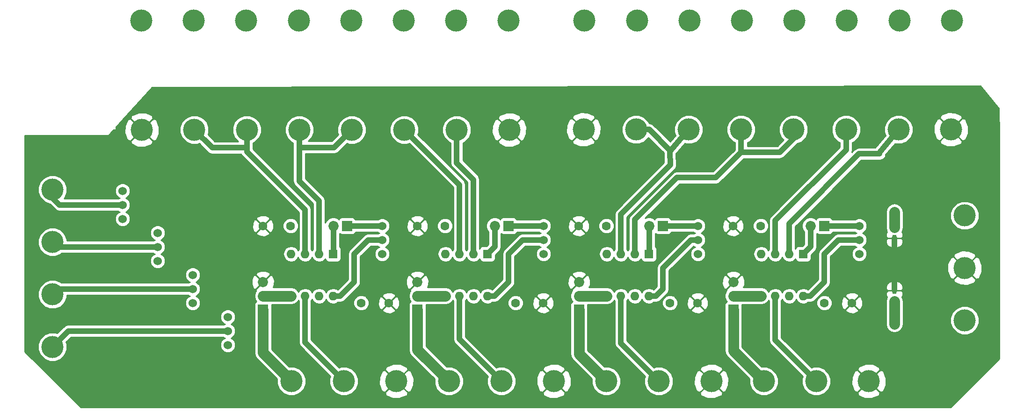
<source format=gtl>
G04 #@! TF.FileFunction,Copper,L1,Top,Signal*
%FSLAX46Y46*%
G04 Gerber Fmt 4.6, Leading zero omitted, Abs format (unit mm)*
G04 Created by KiCad (PCBNEW 4.0.5) date 01/24/17 10:53:33*
%MOMM*%
%LPD*%
G01*
G04 APERTURE LIST*
%ADD10C,0.100000*%
%ADD11C,4.000000*%
%ADD12R,0.750000X1.200000*%
%ADD13R,1.600000X1.600000*%
%ADD14O,1.600000X1.600000*%
%ADD15C,1.600000*%
%ADD16C,1.524000*%
%ADD17R,1.850000X1.850000*%
%ADD18C,1.850000*%
%ADD19C,1.016000*%
%ADD20C,1.905000*%
%ADD21C,1.000000*%
%ADD22C,1.016000*%
%ADD23C,0.226060*%
G04 APERTURE END LIST*
D10*
D11*
X145667600Y-58724800D03*
X155167600Y-58724800D03*
X164667600Y-58724800D03*
X174167600Y-58724800D03*
X183667600Y-58724800D03*
X193167600Y-58724800D03*
X202667600Y-58724800D03*
X212167600Y-58724800D03*
X65708400Y-58775600D03*
X75208400Y-58775600D03*
X84708400Y-58775600D03*
X94208400Y-58775600D03*
X103708400Y-58775600D03*
X113208400Y-58775600D03*
X122708400Y-58775600D03*
X132208400Y-58775600D03*
X65606800Y-39014400D03*
X75106800Y-39014400D03*
X84606800Y-39014400D03*
X94106800Y-39014400D03*
X103606800Y-39014400D03*
X113106800Y-39014400D03*
X122606800Y-39014400D03*
X132106800Y-39014400D03*
X214630000Y-93320000D03*
X214630000Y-83820000D03*
X214630000Y-74320000D03*
D12*
X201930000Y-89850000D03*
X201930000Y-87950000D03*
X201930000Y-78420000D03*
X201930000Y-76520000D03*
D13*
X100330000Y-81280000D03*
D14*
X92710000Y-88900000D03*
X97790000Y-81280000D03*
X95250000Y-88900000D03*
X95250000Y-81280000D03*
X97790000Y-88900000D03*
X92710000Y-81280000D03*
X100330000Y-88900000D03*
D13*
X128270000Y-81280000D03*
D14*
X120650000Y-88900000D03*
X125730000Y-81280000D03*
X123190000Y-88900000D03*
X123190000Y-81280000D03*
X125730000Y-88900000D03*
X120650000Y-81280000D03*
X128270000Y-88900000D03*
D13*
X157480000Y-81280000D03*
D14*
X149860000Y-88900000D03*
X154940000Y-81280000D03*
X152400000Y-88900000D03*
X152400000Y-81280000D03*
X154940000Y-88900000D03*
X149860000Y-81280000D03*
X157480000Y-88900000D03*
D13*
X185420000Y-81280000D03*
D14*
X177800000Y-88900000D03*
X182880000Y-81280000D03*
X180340000Y-88900000D03*
X180340000Y-81280000D03*
X182880000Y-88900000D03*
X177800000Y-81280000D03*
X185420000Y-88900000D03*
D11*
X92780000Y-104340000D03*
X102280000Y-104340000D03*
X111780000Y-104340000D03*
X121280000Y-104340000D03*
X130780000Y-104340000D03*
X140280000Y-104340000D03*
X149780000Y-104340000D03*
X159280000Y-104340000D03*
X168780000Y-104340000D03*
X178280000Y-104340000D03*
X187780000Y-104340000D03*
X197280000Y-104340000D03*
X49530000Y-69620000D03*
X49530000Y-79120000D03*
X49530000Y-88620000D03*
X49530000Y-98120000D03*
D15*
X105410000Y-90170000D03*
X110410000Y-90170000D03*
X87630000Y-76200000D03*
X92630000Y-76200000D03*
X133350000Y-90170000D03*
X138350000Y-90170000D03*
X115570000Y-76200000D03*
X120570000Y-76200000D03*
X161290000Y-90170000D03*
X166290000Y-90170000D03*
X144780000Y-76200000D03*
X149780000Y-76200000D03*
X189230000Y-90170000D03*
X194230000Y-90170000D03*
X172720000Y-76200000D03*
X177720000Y-76200000D03*
D16*
X109220000Y-78740000D03*
X109220000Y-81280000D03*
X109220000Y-76200000D03*
X138430000Y-78740000D03*
X138430000Y-81280000D03*
X138430000Y-76200000D03*
X166370000Y-78740000D03*
X166370000Y-81280000D03*
X166370000Y-76200000D03*
X195580000Y-78740000D03*
X195580000Y-81280000D03*
X195580000Y-76200000D03*
X81280000Y-95250000D03*
X81280000Y-97790000D03*
X81280000Y-92710000D03*
X74930000Y-87630000D03*
X74930000Y-90170000D03*
X74930000Y-85090000D03*
X68580000Y-80010000D03*
X68580000Y-82550000D03*
X68580000Y-77470000D03*
X62230000Y-72390000D03*
X62230000Y-74930000D03*
X62230000Y-69850000D03*
D17*
X102870000Y-76200000D03*
D18*
X100370000Y-76200000D03*
D17*
X132080000Y-76200000D03*
D18*
X129580000Y-76200000D03*
D17*
X160020000Y-76200000D03*
D18*
X157520000Y-76200000D03*
D17*
X189230000Y-76200000D03*
D18*
X186730000Y-76200000D03*
D11*
X145820000Y-39014400D03*
X155320000Y-39014400D03*
X164820000Y-39014400D03*
X174320000Y-39014400D03*
X183820000Y-39014400D03*
X193320000Y-39014400D03*
X202820000Y-39014400D03*
X212320000Y-39014400D03*
D17*
X87630000Y-91389200D03*
D18*
X87630000Y-88889200D03*
X87630000Y-86389200D03*
D17*
X115570000Y-91389200D03*
D18*
X115570000Y-88889200D03*
X115570000Y-86389200D03*
D17*
X144830800Y-91389200D03*
D18*
X144830800Y-88889200D03*
X144830800Y-86389200D03*
D17*
X172770800Y-91389200D03*
D18*
X172770800Y-88889200D03*
X172770800Y-86389200D03*
D19*
X201930000Y-93980000D03*
X201930000Y-85090000D03*
X201930000Y-73660000D03*
D20*
X201930000Y-89850000D02*
X201930000Y-93980000D01*
D21*
X201930000Y-78420000D02*
X201930000Y-85090000D01*
X201930000Y-87950000D02*
X201930000Y-85090000D01*
D20*
X201930000Y-76520000D02*
X201930000Y-73660000D01*
D22*
X109220000Y-76200000D02*
X102870000Y-76200000D01*
X100370000Y-76200000D02*
X100370000Y-81240000D01*
X100370000Y-81240000D02*
X100330000Y-81280000D01*
X132080000Y-76200000D02*
X138430000Y-76200000D01*
X129580000Y-76200000D02*
X129580000Y-79970000D01*
X129580000Y-79970000D02*
X128270000Y-81280000D01*
X160020000Y-76200000D02*
X166370000Y-76200000D01*
X157520000Y-76200000D02*
X157520000Y-81240000D01*
X157520000Y-81240000D02*
X157480000Y-81280000D01*
X189230000Y-76200000D02*
X195580000Y-76200000D01*
X186730000Y-76200000D02*
X186730000Y-79970000D01*
X186730000Y-79970000D02*
X185420000Y-81280000D01*
X109220000Y-78740000D02*
X107950000Y-78740000D01*
X101600000Y-88900000D02*
X104140000Y-86360000D01*
X104140000Y-86360000D02*
X104140000Y-81280000D01*
X104140000Y-81280000D02*
X106680000Y-78740000D01*
X106680000Y-78740000D02*
X107950000Y-78740000D01*
X101600000Y-88900000D02*
X100330000Y-88900000D01*
X138430000Y-78740000D02*
X135890000Y-78740000D01*
X129540000Y-88900000D02*
X132080000Y-86360000D01*
X132080000Y-86360000D02*
X132080000Y-81280000D01*
X132080000Y-81280000D02*
X134620000Y-78740000D01*
X134620000Y-78740000D02*
X135890000Y-78740000D01*
X129540000Y-88900000D02*
X128270000Y-88900000D01*
X166370000Y-78740000D02*
X165100000Y-78740000D01*
X158750000Y-88900000D02*
X160020000Y-87630000D01*
X160020000Y-87630000D02*
X160020000Y-83820000D01*
X160020000Y-83820000D02*
X163830000Y-80010000D01*
X163830000Y-80010000D02*
X165100000Y-78740000D01*
X165100000Y-78740000D02*
X165100000Y-78740000D01*
X158750000Y-88900000D02*
X157480000Y-88900000D01*
X195580000Y-78740000D02*
X193040000Y-78740000D01*
X186690000Y-88900000D02*
X189230000Y-86360000D01*
X189230000Y-86360000D02*
X189230000Y-81280000D01*
X189230000Y-81280000D02*
X191770000Y-78740000D01*
X191770000Y-78740000D02*
X193040000Y-78740000D01*
X186690000Y-88900000D02*
X185420000Y-88900000D01*
X62230000Y-72390000D02*
X50800000Y-72390000D01*
X50800000Y-72390000D02*
X49530000Y-71120000D01*
X49530000Y-71120000D02*
X49530000Y-69620000D01*
X68580000Y-80010000D02*
X50420000Y-80010000D01*
X50420000Y-80010000D02*
X49530000Y-79120000D01*
X74930000Y-87630000D02*
X50520000Y-87630000D01*
X50520000Y-87630000D02*
X49530000Y-88620000D01*
X81280000Y-95250000D02*
X52400000Y-95250000D01*
X52400000Y-95250000D02*
X49530000Y-98120000D01*
X49860000Y-97790000D02*
X49530000Y-98120000D01*
X84708400Y-62026800D02*
X78459600Y-62026800D01*
X78459600Y-62026800D02*
X75208400Y-58775600D01*
X95250000Y-81280000D02*
X95250000Y-73304400D01*
X84708400Y-62762800D02*
X84708400Y-62026800D01*
X84708400Y-62026800D02*
X84708400Y-58775600D01*
X95250000Y-73304400D02*
X84708400Y-62762800D01*
X94208400Y-61976000D02*
X100508000Y-61976000D01*
X100508000Y-61976000D02*
X103708400Y-58775600D01*
X97790000Y-81280000D02*
X97790000Y-71678800D01*
X94208400Y-68097200D02*
X94208400Y-61976000D01*
X94208400Y-61976000D02*
X94208400Y-58775600D01*
X97790000Y-71678800D02*
X94208400Y-68097200D01*
X155167600Y-58724800D02*
X157530800Y-58724800D01*
X161391403Y-62585403D02*
X161391403Y-62585404D01*
X157530800Y-58724800D02*
X161391403Y-62585403D01*
X152400000Y-81280000D02*
X152400000Y-74117200D01*
X161389200Y-62588000D02*
X161391403Y-62585404D01*
X161391403Y-62585404D02*
X164667600Y-58724800D01*
X161262800Y-62714400D02*
X161389200Y-62588000D01*
X161340800Y-65176400D02*
X161262800Y-62714400D01*
X152400000Y-74117200D02*
X161340800Y-65176400D01*
X183667600Y-58724800D02*
X183667600Y-60375600D01*
X183667600Y-60375600D02*
X181178000Y-62865200D01*
X181178000Y-62865200D02*
X174167600Y-62865200D01*
X154940000Y-81280000D02*
X154940000Y-75082400D01*
X174167600Y-62865200D02*
X174167600Y-58724800D01*
X169570400Y-67462400D02*
X174167600Y-62865200D01*
X162560000Y-67462400D02*
X169570400Y-67462400D01*
X154940000Y-75082400D02*
X162560000Y-67462400D01*
X123190000Y-81280000D02*
X123190000Y-68757200D01*
X123190000Y-68757200D02*
X113208400Y-58775600D01*
X125730000Y-81280000D02*
X125730000Y-67818000D01*
X122708400Y-64796400D02*
X122708400Y-58775600D01*
X125730000Y-67818000D02*
X122708400Y-64796400D01*
X180340000Y-81280000D02*
X180340000Y-75234800D01*
X193167600Y-62407200D02*
X193167600Y-58724800D01*
X180340000Y-75234800D02*
X193167600Y-62407200D01*
X182880000Y-81280000D02*
X182880000Y-75844400D01*
X199111600Y-63018400D02*
X202667600Y-58724800D01*
X199237600Y-63144400D02*
X199111600Y-63018400D01*
X195478400Y-63144400D02*
X199237600Y-63144400D01*
X182880000Y-75844400D02*
X195478400Y-63144400D01*
D20*
X87630000Y-91389200D02*
X87630000Y-99190000D01*
X87630000Y-99190000D02*
X92780000Y-104340000D01*
X92710000Y-104270000D02*
X92780000Y-104340000D01*
D22*
X95250000Y-88900000D02*
X95250000Y-97310000D01*
X95250000Y-97310000D02*
X102280000Y-104340000D01*
D20*
X115570000Y-91389200D02*
X115570000Y-98630000D01*
X115570000Y-98630000D02*
X121280000Y-104340000D01*
X120650000Y-103710000D02*
X121280000Y-104340000D01*
D22*
X123190000Y-88900000D02*
X123190000Y-96750000D01*
X123190000Y-96750000D02*
X130780000Y-104340000D01*
D20*
X144830800Y-91389200D02*
X144830800Y-99390800D01*
X144830800Y-99390800D02*
X149780000Y-104340000D01*
X149860000Y-104260000D02*
X149780000Y-104340000D01*
D22*
X152400000Y-88900000D02*
X152400000Y-97460000D01*
X152400000Y-97460000D02*
X159280000Y-104340000D01*
D20*
X172770800Y-91389200D02*
X172770800Y-98830800D01*
X172770800Y-98830800D02*
X178280000Y-104340000D01*
X177800000Y-103860000D02*
X178280000Y-104340000D01*
D22*
X180340000Y-88900000D02*
X180340000Y-96900000D01*
X180340000Y-96900000D02*
X187780000Y-104340000D01*
D20*
X87630000Y-88889200D02*
X92699200Y-88889200D01*
X92699200Y-88889200D02*
X92710000Y-88900000D01*
X115570000Y-88889200D02*
X120639200Y-88889200D01*
X120639200Y-88889200D02*
X120650000Y-88900000D01*
X144830800Y-88889200D02*
X149849200Y-88889200D01*
X149849200Y-88889200D02*
X149860000Y-88900000D01*
X172770800Y-88889200D02*
X177789200Y-88889200D01*
X177789200Y-88889200D02*
X177800000Y-88900000D01*
D23*
G36*
X220766203Y-54904783D02*
X220866970Y-59691192D01*
X220866970Y-100283182D01*
X212043182Y-109106970D01*
X54656818Y-109106970D01*
X44563030Y-99013182D01*
X44563030Y-98639068D01*
X46908516Y-98639068D01*
X47306703Y-99602755D01*
X48043367Y-100340705D01*
X49006358Y-100740574D01*
X50049068Y-100741484D01*
X51012755Y-100343297D01*
X51750705Y-99606633D01*
X52150574Y-98643642D01*
X52151484Y-97600932D01*
X52003619Y-97243071D01*
X52867660Y-96379030D01*
X80452867Y-96379030D01*
X80495554Y-96421792D01*
X80732019Y-96519981D01*
X80497600Y-96616841D01*
X80108208Y-97005554D01*
X79897211Y-97513691D01*
X79896731Y-98063895D01*
X80106841Y-98572400D01*
X80495554Y-98961792D01*
X81003691Y-99172789D01*
X81553895Y-99173269D01*
X82062400Y-98963159D01*
X82451792Y-98574446D01*
X82662789Y-98066309D01*
X82663269Y-97516105D01*
X82453159Y-97007600D01*
X82064446Y-96618208D01*
X81827981Y-96520019D01*
X82062400Y-96423159D01*
X82451792Y-96034446D01*
X82662789Y-95526309D01*
X82663269Y-94976105D01*
X82453159Y-94467600D01*
X82064446Y-94078208D01*
X81827981Y-93980019D01*
X82062400Y-93883159D01*
X82451792Y-93494446D01*
X82662789Y-92986309D01*
X82663269Y-92436105D01*
X82453159Y-91927600D01*
X82064446Y-91538208D01*
X81556309Y-91327211D01*
X81006105Y-91326731D01*
X80497600Y-91536841D01*
X80108208Y-91925554D01*
X79897211Y-92433691D01*
X79896731Y-92983895D01*
X80106841Y-93492400D01*
X80495554Y-93881792D01*
X80732019Y-93979981D01*
X80497600Y-94076841D01*
X80453394Y-94120970D01*
X52400000Y-94120970D01*
X51967939Y-94206912D01*
X51601655Y-94451655D01*
X50407111Y-95646199D01*
X50053642Y-95499426D01*
X49010932Y-95498516D01*
X48047245Y-95896703D01*
X47309295Y-96633367D01*
X46909426Y-97596358D01*
X46908516Y-98639068D01*
X44563030Y-98639068D01*
X44563030Y-89139068D01*
X46908516Y-89139068D01*
X47306703Y-90102755D01*
X48043367Y-90840705D01*
X49006358Y-91240574D01*
X50049068Y-91241484D01*
X51012755Y-90843297D01*
X51750705Y-90106633D01*
X52150574Y-89143642D01*
X52150910Y-88759030D01*
X74102867Y-88759030D01*
X74145554Y-88801792D01*
X74382019Y-88899981D01*
X74147600Y-88996841D01*
X73758208Y-89385554D01*
X73547211Y-89893691D01*
X73546731Y-90443895D01*
X73756841Y-90952400D01*
X74145554Y-91341792D01*
X74653691Y-91552789D01*
X75203895Y-91553269D01*
X75712400Y-91343159D01*
X76101792Y-90954446D01*
X76312789Y-90446309D01*
X76313269Y-89896105D01*
X76103159Y-89387600D01*
X75714446Y-88998208D01*
X75477981Y-88900019D01*
X75712400Y-88803159D01*
X76101792Y-88414446D01*
X76312789Y-87906309D01*
X76313269Y-87356105D01*
X76103159Y-86847600D01*
X75973856Y-86718071D01*
X85561713Y-86718071D01*
X85845005Y-87484537D01*
X85934953Y-87619154D01*
X86347815Y-87669589D01*
X87628204Y-86389200D01*
X86347815Y-85108811D01*
X85934953Y-85159246D01*
X85593298Y-85901538D01*
X85561713Y-86718071D01*
X75973856Y-86718071D01*
X75714446Y-86458208D01*
X75477981Y-86360019D01*
X75712400Y-86263159D01*
X76101792Y-85874446D01*
X76312789Y-85366309D01*
X76313015Y-85107015D01*
X86349611Y-85107015D01*
X87630000Y-86387404D01*
X88910389Y-85107015D01*
X88859954Y-84694153D01*
X88117662Y-84352498D01*
X87301129Y-84320913D01*
X86534663Y-84604205D01*
X86400046Y-84694153D01*
X86349611Y-85107015D01*
X76313015Y-85107015D01*
X76313269Y-84816105D01*
X76103159Y-84307600D01*
X75714446Y-83918208D01*
X75206309Y-83707211D01*
X74656105Y-83706731D01*
X74147600Y-83916841D01*
X73758208Y-84305554D01*
X73547211Y-84813691D01*
X73546731Y-85363895D01*
X73756841Y-85872400D01*
X74145554Y-86261792D01*
X74382019Y-86359981D01*
X74147600Y-86456841D01*
X74103394Y-86500970D01*
X51118131Y-86500970D01*
X51016633Y-86399295D01*
X50053642Y-85999426D01*
X49010932Y-85998516D01*
X48047245Y-86396703D01*
X47309295Y-87133367D01*
X46909426Y-88096358D01*
X46908516Y-89139068D01*
X44563030Y-89139068D01*
X44563030Y-79639068D01*
X46908516Y-79639068D01*
X47306703Y-80602755D01*
X48043367Y-81340705D01*
X49006358Y-81740574D01*
X50049068Y-81741484D01*
X51012755Y-81343297D01*
X51217379Y-81139030D01*
X67752867Y-81139030D01*
X67795554Y-81181792D01*
X68032019Y-81279981D01*
X67797600Y-81376841D01*
X67408208Y-81765554D01*
X67197211Y-82273691D01*
X67196731Y-82823895D01*
X67406841Y-83332400D01*
X67795554Y-83721792D01*
X68303691Y-83932789D01*
X68853895Y-83933269D01*
X69362400Y-83723159D01*
X69751792Y-83334446D01*
X69962789Y-82826309D01*
X69963269Y-82276105D01*
X69753159Y-81767600D01*
X69364446Y-81378208D01*
X69127981Y-81280019D01*
X69362400Y-81183159D01*
X69751792Y-80794446D01*
X69962789Y-80286309D01*
X69963269Y-79736105D01*
X69753159Y-79227600D01*
X69364446Y-78838208D01*
X69127981Y-78740019D01*
X69362400Y-78643159D01*
X69751792Y-78254446D01*
X69962789Y-77746309D01*
X69963098Y-77392065D01*
X86439731Y-77392065D01*
X86474959Y-77791938D01*
X87172090Y-78112774D01*
X87938933Y-78142407D01*
X88658744Y-77876327D01*
X88785041Y-77791938D01*
X88820269Y-77392065D01*
X87630000Y-76201796D01*
X86439731Y-77392065D01*
X69963098Y-77392065D01*
X69963269Y-77196105D01*
X69753159Y-76687600D01*
X69574804Y-76508933D01*
X85687593Y-76508933D01*
X85953673Y-77228744D01*
X86038062Y-77355041D01*
X86437935Y-77390269D01*
X87628204Y-76200000D01*
X87631796Y-76200000D01*
X88822065Y-77390269D01*
X89221938Y-77355041D01*
X89542774Y-76657910D01*
X89549594Y-76481420D01*
X91208724Y-76481420D01*
X91424607Y-77003897D01*
X91824000Y-77403988D01*
X92346100Y-77620783D01*
X92911420Y-77621276D01*
X93433897Y-77405393D01*
X93833988Y-77006000D01*
X94050783Y-76483900D01*
X94051276Y-75918580D01*
X93835393Y-75396103D01*
X93436000Y-74996012D01*
X92913900Y-74779217D01*
X92348580Y-74778724D01*
X91826103Y-74994607D01*
X91426012Y-75394000D01*
X91209217Y-75916100D01*
X91208724Y-76481420D01*
X89549594Y-76481420D01*
X89572407Y-75891067D01*
X89306327Y-75171256D01*
X89221938Y-75044959D01*
X88822065Y-75009731D01*
X87631796Y-76200000D01*
X87628204Y-76200000D01*
X86437935Y-75009731D01*
X86038062Y-75044959D01*
X85717226Y-75742090D01*
X85687593Y-76508933D01*
X69574804Y-76508933D01*
X69364446Y-76298208D01*
X68856309Y-76087211D01*
X68306105Y-76086731D01*
X67797600Y-76296841D01*
X67408208Y-76685554D01*
X67197211Y-77193691D01*
X67196731Y-77743895D01*
X67406841Y-78252400D01*
X67795554Y-78641792D01*
X68032019Y-78739981D01*
X67797600Y-78836841D01*
X67753394Y-78880970D01*
X52151240Y-78880970D01*
X52151484Y-78600932D01*
X51753297Y-77637245D01*
X51016633Y-76899295D01*
X50053642Y-76499426D01*
X49010932Y-76498516D01*
X48047245Y-76896703D01*
X47309295Y-77633367D01*
X46909426Y-78596358D01*
X46908516Y-79639068D01*
X44563030Y-79639068D01*
X44563030Y-70139068D01*
X46908516Y-70139068D01*
X47306703Y-71102755D01*
X48043367Y-71840705D01*
X49006358Y-72240574D01*
X49053926Y-72240616D01*
X50001655Y-73188345D01*
X50367939Y-73433088D01*
X50800000Y-73519030D01*
X61402867Y-73519030D01*
X61445554Y-73561792D01*
X61682019Y-73659981D01*
X61447600Y-73756841D01*
X61058208Y-74145554D01*
X60847211Y-74653691D01*
X60846731Y-75203895D01*
X61056841Y-75712400D01*
X61445554Y-76101792D01*
X61953691Y-76312789D01*
X62503895Y-76313269D01*
X63012400Y-76103159D01*
X63401792Y-75714446D01*
X63612789Y-75206309D01*
X63612962Y-75007935D01*
X86439731Y-75007935D01*
X87630000Y-76198204D01*
X88820269Y-75007935D01*
X88785041Y-74608062D01*
X88087910Y-74287226D01*
X87321067Y-74257593D01*
X86601256Y-74523673D01*
X86474959Y-74608062D01*
X86439731Y-75007935D01*
X63612962Y-75007935D01*
X63613269Y-74656105D01*
X63403159Y-74147600D01*
X63014446Y-73758208D01*
X62777981Y-73660019D01*
X63012400Y-73563159D01*
X63401792Y-73174446D01*
X63612789Y-72666309D01*
X63613269Y-72116105D01*
X63403159Y-71607600D01*
X63014446Y-71218208D01*
X62777981Y-71120019D01*
X63012400Y-71023159D01*
X63401792Y-70634446D01*
X63612789Y-70126309D01*
X63613269Y-69576105D01*
X63403159Y-69067600D01*
X63014446Y-68678208D01*
X62506309Y-68467211D01*
X61956105Y-68466731D01*
X61447600Y-68676841D01*
X61058208Y-69065554D01*
X60847211Y-69573691D01*
X60846731Y-70123895D01*
X61056841Y-70632400D01*
X61445554Y-71021792D01*
X61682019Y-71119981D01*
X61447600Y-71216841D01*
X61403394Y-71260970D01*
X51596099Y-71260970D01*
X51750705Y-71106633D01*
X52150574Y-70143642D01*
X52151484Y-69100932D01*
X51753297Y-68137245D01*
X51016633Y-67399295D01*
X50053642Y-66999426D01*
X49010932Y-66998516D01*
X48047245Y-67396703D01*
X47309295Y-68133367D01*
X46909426Y-69096358D01*
X46908516Y-70139068D01*
X44563030Y-70139068D01*
X44563030Y-60832817D01*
X63652979Y-60832817D01*
X63834198Y-61357378D01*
X64964867Y-61878078D01*
X66208732Y-61926454D01*
X67376426Y-61495140D01*
X67582602Y-61357378D01*
X67763821Y-60832817D01*
X65708400Y-58777396D01*
X63652979Y-60832817D01*
X44563030Y-60832817D01*
X44563030Y-59803030D01*
X59588400Y-59803030D01*
X59632375Y-59794125D01*
X59672366Y-59765667D01*
X60113697Y-59275932D01*
X62557546Y-59275932D01*
X62988860Y-60443626D01*
X63126622Y-60649802D01*
X63651183Y-60831021D01*
X65706604Y-58775600D01*
X65710196Y-58775600D01*
X67765617Y-60831021D01*
X68290178Y-60649802D01*
X68810878Y-59519133D01*
X68819607Y-59294668D01*
X72586916Y-59294668D01*
X72985103Y-60258355D01*
X73721767Y-60996305D01*
X74684758Y-61396174D01*
X75727468Y-61397084D01*
X76085329Y-61249219D01*
X77661255Y-62825145D01*
X78027539Y-63069888D01*
X78459600Y-63155830D01*
X83657548Y-63155830D01*
X83665312Y-63194861D01*
X83910055Y-63561145D01*
X94120970Y-73772060D01*
X94120970Y-80433233D01*
X93980000Y-80644209D01*
X93714820Y-80247340D01*
X93253805Y-79939299D01*
X92710000Y-79831130D01*
X92166195Y-79939299D01*
X91705180Y-80247340D01*
X91397139Y-80708355D01*
X91288970Y-81252160D01*
X91288970Y-81307840D01*
X91397139Y-81851645D01*
X91705180Y-82312660D01*
X92166195Y-82620701D01*
X92710000Y-82728870D01*
X93253805Y-82620701D01*
X93714820Y-82312660D01*
X93980000Y-81915791D01*
X94245180Y-82312660D01*
X94706195Y-82620701D01*
X95250000Y-82728870D01*
X95793805Y-82620701D01*
X96254820Y-82312660D01*
X96520000Y-81915791D01*
X96785180Y-82312660D01*
X97246195Y-82620701D01*
X97790000Y-82728870D01*
X98333805Y-82620701D01*
X98794820Y-82312660D01*
X98908554Y-82142445D01*
X98940108Y-82310140D01*
X99076120Y-82521509D01*
X99283651Y-82663309D01*
X99530000Y-82713196D01*
X101130000Y-82713196D01*
X101360140Y-82669892D01*
X101571509Y-82533880D01*
X101713309Y-82326349D01*
X101763196Y-82080000D01*
X101763196Y-80480000D01*
X101719892Y-80249860D01*
X101583880Y-80038491D01*
X101499030Y-79980515D01*
X101499030Y-77571914D01*
X101698651Y-77708309D01*
X101945000Y-77758196D01*
X103795000Y-77758196D01*
X104025140Y-77714892D01*
X104236509Y-77578880D01*
X104378309Y-77371349D01*
X104386879Y-77329030D01*
X108392867Y-77329030D01*
X108435554Y-77371792D01*
X108672019Y-77469981D01*
X108437600Y-77566841D01*
X108393394Y-77610970D01*
X106680000Y-77610970D01*
X106247938Y-77696912D01*
X106174011Y-77746309D01*
X105881655Y-77941655D01*
X105881653Y-77941658D01*
X103341655Y-80481655D01*
X103096912Y-80847939D01*
X103010970Y-81280000D01*
X103010970Y-85892341D01*
X101155673Y-87747637D01*
X100873805Y-87559299D01*
X100330000Y-87451130D01*
X99786195Y-87559299D01*
X99325180Y-87867340D01*
X99060000Y-88264209D01*
X98794820Y-87867340D01*
X98333805Y-87559299D01*
X97790000Y-87451130D01*
X97246195Y-87559299D01*
X96785180Y-87867340D01*
X96520000Y-88264209D01*
X96254820Y-87867340D01*
X95793805Y-87559299D01*
X95250000Y-87451130D01*
X94706195Y-87559299D01*
X94245180Y-87867340D01*
X94060641Y-88143521D01*
X93822654Y-87787347D01*
X93811854Y-87776546D01*
X93301364Y-87435448D01*
X92699200Y-87315670D01*
X89464732Y-87315670D01*
X89666702Y-86876862D01*
X89698287Y-86060329D01*
X89414995Y-85293863D01*
X89325047Y-85159246D01*
X88912185Y-85108811D01*
X87631796Y-86389200D01*
X87645939Y-86403343D01*
X87644143Y-86405139D01*
X87630000Y-86390996D01*
X86349611Y-87671385D01*
X86383523Y-87948991D01*
X86320103Y-88012301D01*
X86254902Y-88169321D01*
X86176248Y-88287036D01*
X86148870Y-88424676D01*
X86084238Y-88580326D01*
X86084090Y-88750346D01*
X86056470Y-88889200D01*
X86083849Y-89026843D01*
X86083702Y-89195375D01*
X86148628Y-89352507D01*
X86176248Y-89491364D01*
X86254217Y-89608052D01*
X86318575Y-89763812D01*
X86438690Y-89884137D01*
X86444973Y-89893540D01*
X86263491Y-90010320D01*
X86121691Y-90217851D01*
X86071804Y-90464200D01*
X86071804Y-91312111D01*
X86056470Y-91389200D01*
X86056470Y-99190000D01*
X86176248Y-99792164D01*
X86517346Y-100302654D01*
X90159314Y-103944622D01*
X90158516Y-104859068D01*
X90556703Y-105822755D01*
X91293367Y-106560705D01*
X92256358Y-106960574D01*
X93299068Y-106961484D01*
X94262755Y-106563297D01*
X95000705Y-105826633D01*
X95400574Y-104863642D01*
X95401484Y-103820932D01*
X95003297Y-102857245D01*
X94266633Y-102119295D01*
X93303642Y-101719426D01*
X92383931Y-101718623D01*
X89203530Y-98538222D01*
X89203530Y-91389200D01*
X89188196Y-91312111D01*
X89188196Y-90464200D01*
X89187919Y-90462730D01*
X92655700Y-90462730D01*
X92710000Y-90473531D01*
X93312164Y-90353752D01*
X93822654Y-90012654D01*
X94060642Y-89656480D01*
X94120970Y-89746767D01*
X94120970Y-97310000D01*
X94206912Y-97742061D01*
X94451655Y-98108345D01*
X99806199Y-103462889D01*
X99659426Y-103816358D01*
X99658516Y-104859068D01*
X100056703Y-105822755D01*
X100793367Y-106560705D01*
X101756358Y-106960574D01*
X102799068Y-106961484D01*
X103762755Y-106563297D01*
X103929124Y-106397217D01*
X109724579Y-106397217D01*
X109905798Y-106921778D01*
X111036467Y-107442478D01*
X112280332Y-107490854D01*
X113448026Y-107059540D01*
X113654202Y-106921778D01*
X113835421Y-106397217D01*
X111780000Y-104341796D01*
X109724579Y-106397217D01*
X103929124Y-106397217D01*
X104500705Y-105826633D01*
X104900574Y-104863642D01*
X104900594Y-104840332D01*
X108629146Y-104840332D01*
X109060460Y-106008026D01*
X109198222Y-106214202D01*
X109722783Y-106395421D01*
X111778204Y-104340000D01*
X111781796Y-104340000D01*
X113837217Y-106395421D01*
X114361778Y-106214202D01*
X114882478Y-105083533D01*
X114930854Y-103839668D01*
X114499540Y-102671974D01*
X114361778Y-102465798D01*
X113837217Y-102284579D01*
X111781796Y-104340000D01*
X111778204Y-104340000D01*
X109722783Y-102284579D01*
X109198222Y-102465798D01*
X108677522Y-103596467D01*
X108629146Y-104840332D01*
X104900594Y-104840332D01*
X104901484Y-103820932D01*
X104503297Y-102857245D01*
X103929837Y-102282783D01*
X109724579Y-102282783D01*
X111780000Y-104338204D01*
X113835421Y-102282783D01*
X113654202Y-101758222D01*
X112523533Y-101237522D01*
X111279668Y-101189146D01*
X110111974Y-101620460D01*
X109905798Y-101758222D01*
X109724579Y-102282783D01*
X103929837Y-102282783D01*
X103766633Y-102119295D01*
X102803642Y-101719426D01*
X101760932Y-101718516D01*
X101403071Y-101866381D01*
X96379030Y-96842340D01*
X96379030Y-90451420D01*
X103988724Y-90451420D01*
X104204607Y-90973897D01*
X104604000Y-91373988D01*
X105126100Y-91590783D01*
X105691420Y-91591276D01*
X106213897Y-91375393D01*
X106227248Y-91362065D01*
X109219731Y-91362065D01*
X109254959Y-91761938D01*
X109952090Y-92082774D01*
X110718933Y-92112407D01*
X111438744Y-91846327D01*
X111565041Y-91761938D01*
X111600269Y-91362065D01*
X110410000Y-90171796D01*
X109219731Y-91362065D01*
X106227248Y-91362065D01*
X106613988Y-90976000D01*
X106820388Y-90478933D01*
X108467593Y-90478933D01*
X108733673Y-91198744D01*
X108818062Y-91325041D01*
X109217935Y-91360269D01*
X110408204Y-90170000D01*
X110411796Y-90170000D01*
X111602065Y-91360269D01*
X112001938Y-91325041D01*
X112322774Y-90627910D01*
X112352407Y-89861067D01*
X112086327Y-89141256D01*
X112001938Y-89014959D01*
X111602065Y-88979731D01*
X110411796Y-90170000D01*
X110408204Y-90170000D01*
X109217935Y-88979731D01*
X108818062Y-89014959D01*
X108497226Y-89712090D01*
X108467593Y-90478933D01*
X106820388Y-90478933D01*
X106830783Y-90453900D01*
X106831276Y-89888580D01*
X106615393Y-89366103D01*
X106227903Y-88977935D01*
X109219731Y-88977935D01*
X110410000Y-90168204D01*
X111600269Y-88977935D01*
X111565041Y-88578062D01*
X110867910Y-88257226D01*
X110101067Y-88227593D01*
X109381256Y-88493673D01*
X109254959Y-88578062D01*
X109219731Y-88977935D01*
X106227903Y-88977935D01*
X106216000Y-88966012D01*
X105693900Y-88749217D01*
X105128580Y-88748724D01*
X104606103Y-88964607D01*
X104206012Y-89364000D01*
X103989217Y-89886100D01*
X103988724Y-90451420D01*
X96379030Y-90451420D01*
X96379030Y-89746767D01*
X96520000Y-89535791D01*
X96785180Y-89932660D01*
X97246195Y-90240701D01*
X97790000Y-90348870D01*
X98333805Y-90240701D01*
X98794820Y-89932660D01*
X99060000Y-89535791D01*
X99325180Y-89932660D01*
X99786195Y-90240701D01*
X100330000Y-90348870D01*
X100873805Y-90240701D01*
X101190592Y-90029030D01*
X101600000Y-90029030D01*
X102032061Y-89943088D01*
X102398345Y-89698345D01*
X104938342Y-87158347D01*
X104938345Y-87158345D01*
X105145978Y-86847600D01*
X105183088Y-86792062D01*
X105197805Y-86718071D01*
X113501713Y-86718071D01*
X113785005Y-87484537D01*
X113874953Y-87619154D01*
X114287815Y-87669589D01*
X115568204Y-86389200D01*
X114287815Y-85108811D01*
X113874953Y-85159246D01*
X113533298Y-85901538D01*
X113501713Y-86718071D01*
X105197805Y-86718071D01*
X105269030Y-86360000D01*
X105269030Y-85107015D01*
X114289611Y-85107015D01*
X115570000Y-86387404D01*
X116850389Y-85107015D01*
X116799954Y-84694153D01*
X116057662Y-84352498D01*
X115241129Y-84320913D01*
X114474663Y-84604205D01*
X114340046Y-84694153D01*
X114289611Y-85107015D01*
X105269030Y-85107015D01*
X105269030Y-81747660D01*
X107147659Y-79869030D01*
X108392867Y-79869030D01*
X108435554Y-79911792D01*
X108672019Y-80009981D01*
X108437600Y-80106841D01*
X108048208Y-80495554D01*
X107837211Y-81003691D01*
X107836731Y-81553895D01*
X108046841Y-82062400D01*
X108435554Y-82451792D01*
X108943691Y-82662789D01*
X109493895Y-82663269D01*
X110002400Y-82453159D01*
X110391792Y-82064446D01*
X110602789Y-81556309D01*
X110603269Y-81006105D01*
X110393159Y-80497600D01*
X110004446Y-80108208D01*
X109767981Y-80010019D01*
X110002400Y-79913159D01*
X110391792Y-79524446D01*
X110602789Y-79016309D01*
X110603269Y-78466105D01*
X110393159Y-77957600D01*
X110004446Y-77568208D01*
X109767981Y-77470019D01*
X109956644Y-77392065D01*
X114379731Y-77392065D01*
X114414959Y-77791938D01*
X115112090Y-78112774D01*
X115878933Y-78142407D01*
X116598744Y-77876327D01*
X116725041Y-77791938D01*
X116760269Y-77392065D01*
X115570000Y-76201796D01*
X114379731Y-77392065D01*
X109956644Y-77392065D01*
X110002400Y-77373159D01*
X110391792Y-76984446D01*
X110589242Y-76508933D01*
X113627593Y-76508933D01*
X113893673Y-77228744D01*
X113978062Y-77355041D01*
X114377935Y-77390269D01*
X115568204Y-76200000D01*
X115571796Y-76200000D01*
X116762065Y-77390269D01*
X117161938Y-77355041D01*
X117482774Y-76657910D01*
X117489594Y-76481420D01*
X119148724Y-76481420D01*
X119364607Y-77003897D01*
X119764000Y-77403988D01*
X120286100Y-77620783D01*
X120851420Y-77621276D01*
X121373897Y-77405393D01*
X121773988Y-77006000D01*
X121990783Y-76483900D01*
X121991276Y-75918580D01*
X121775393Y-75396103D01*
X121376000Y-74996012D01*
X120853900Y-74779217D01*
X120288580Y-74778724D01*
X119766103Y-74994607D01*
X119366012Y-75394000D01*
X119149217Y-75916100D01*
X119148724Y-76481420D01*
X117489594Y-76481420D01*
X117512407Y-75891067D01*
X117246327Y-75171256D01*
X117161938Y-75044959D01*
X116762065Y-75009731D01*
X115571796Y-76200000D01*
X115568204Y-76200000D01*
X114377935Y-75009731D01*
X113978062Y-75044959D01*
X113657226Y-75742090D01*
X113627593Y-76508933D01*
X110589242Y-76508933D01*
X110602789Y-76476309D01*
X110603269Y-75926105D01*
X110393159Y-75417600D01*
X110004446Y-75028208D01*
X109955624Y-75007935D01*
X114379731Y-75007935D01*
X115570000Y-76198204D01*
X116760269Y-75007935D01*
X116725041Y-74608062D01*
X116027910Y-74287226D01*
X115261067Y-74257593D01*
X114541256Y-74523673D01*
X114414959Y-74608062D01*
X114379731Y-75007935D01*
X109955624Y-75007935D01*
X109496309Y-74817211D01*
X108946105Y-74816731D01*
X108437600Y-75026841D01*
X108393394Y-75070970D01*
X104389805Y-75070970D01*
X104384892Y-75044860D01*
X104248880Y-74833491D01*
X104041349Y-74691691D01*
X103795000Y-74641804D01*
X101945000Y-74641804D01*
X101714860Y-74685108D01*
X101503491Y-74821120D01*
X101371246Y-75014667D01*
X101246899Y-74890103D01*
X100678874Y-74654238D01*
X100063825Y-74653702D01*
X99495388Y-74888575D01*
X99060103Y-75323101D01*
X98919030Y-75662842D01*
X98919030Y-71678800D01*
X98833088Y-71246738D01*
X98588345Y-70880455D01*
X95337430Y-67629540D01*
X95337430Y-63105030D01*
X100508000Y-63105030D01*
X100940061Y-63019088D01*
X101306345Y-62774345D01*
X102831289Y-61249401D01*
X103184758Y-61396174D01*
X104227468Y-61397084D01*
X105191155Y-60998897D01*
X105929105Y-60262233D01*
X106328974Y-59299242D01*
X106328977Y-59294668D01*
X110586916Y-59294668D01*
X110985103Y-60258355D01*
X111721767Y-60996305D01*
X112684758Y-61396174D01*
X113727468Y-61397084D01*
X114085329Y-61249219D01*
X122060970Y-69224860D01*
X122060970Y-80433233D01*
X121920000Y-80644209D01*
X121654820Y-80247340D01*
X121193805Y-79939299D01*
X120650000Y-79831130D01*
X120106195Y-79939299D01*
X119645180Y-80247340D01*
X119337139Y-80708355D01*
X119228970Y-81252160D01*
X119228970Y-81307840D01*
X119337139Y-81851645D01*
X119645180Y-82312660D01*
X120106195Y-82620701D01*
X120650000Y-82728870D01*
X121193805Y-82620701D01*
X121654820Y-82312660D01*
X121920000Y-81915791D01*
X122185180Y-82312660D01*
X122646195Y-82620701D01*
X123190000Y-82728870D01*
X123733805Y-82620701D01*
X124194820Y-82312660D01*
X124460000Y-81915791D01*
X124725180Y-82312660D01*
X125186195Y-82620701D01*
X125730000Y-82728870D01*
X126273805Y-82620701D01*
X126734820Y-82312660D01*
X126848554Y-82142445D01*
X126880108Y-82310140D01*
X127016120Y-82521509D01*
X127223651Y-82663309D01*
X127470000Y-82713196D01*
X129070000Y-82713196D01*
X129300140Y-82669892D01*
X129511509Y-82533880D01*
X129653309Y-82326349D01*
X129703196Y-82080000D01*
X129703196Y-81443494D01*
X130378345Y-80768345D01*
X130623088Y-80402061D01*
X130709030Y-79970000D01*
X130709030Y-77571914D01*
X130908651Y-77708309D01*
X131155000Y-77758196D01*
X133005000Y-77758196D01*
X133235140Y-77714892D01*
X133446509Y-77578880D01*
X133588309Y-77371349D01*
X133596879Y-77329030D01*
X137602867Y-77329030D01*
X137645554Y-77371792D01*
X137882019Y-77469981D01*
X137647600Y-77566841D01*
X137603394Y-77610970D01*
X134620000Y-77610970D01*
X134187938Y-77696912D01*
X134114011Y-77746309D01*
X133821655Y-77941655D01*
X133821653Y-77941658D01*
X131281655Y-80481655D01*
X131036912Y-80847939D01*
X130950970Y-81280000D01*
X130950970Y-85892341D01*
X129095673Y-87747637D01*
X128813805Y-87559299D01*
X128270000Y-87451130D01*
X127726195Y-87559299D01*
X127265180Y-87867340D01*
X127000000Y-88264209D01*
X126734820Y-87867340D01*
X126273805Y-87559299D01*
X125730000Y-87451130D01*
X125186195Y-87559299D01*
X124725180Y-87867340D01*
X124460000Y-88264209D01*
X124194820Y-87867340D01*
X123733805Y-87559299D01*
X123190000Y-87451130D01*
X122646195Y-87559299D01*
X122185180Y-87867340D01*
X122000641Y-88143521D01*
X121762654Y-87787347D01*
X121751854Y-87776546D01*
X121241364Y-87435448D01*
X120639200Y-87315670D01*
X117404732Y-87315670D01*
X117606702Y-86876862D01*
X117638287Y-86060329D01*
X117354995Y-85293863D01*
X117265047Y-85159246D01*
X116852185Y-85108811D01*
X115571796Y-86389200D01*
X115585939Y-86403343D01*
X115584143Y-86405139D01*
X115570000Y-86390996D01*
X114289611Y-87671385D01*
X114323523Y-87948991D01*
X114260103Y-88012301D01*
X114194902Y-88169321D01*
X114116248Y-88287036D01*
X114088870Y-88424676D01*
X114024238Y-88580326D01*
X114024090Y-88750346D01*
X113996470Y-88889200D01*
X114023849Y-89026843D01*
X114023702Y-89195375D01*
X114088628Y-89352507D01*
X114116248Y-89491364D01*
X114194217Y-89608052D01*
X114258575Y-89763812D01*
X114378690Y-89884137D01*
X114384973Y-89893540D01*
X114203491Y-90010320D01*
X114061691Y-90217851D01*
X114011804Y-90464200D01*
X114011804Y-91312111D01*
X113996470Y-91389200D01*
X113996470Y-98630000D01*
X114116248Y-99232164D01*
X114457346Y-99742654D01*
X118659314Y-103944621D01*
X118658516Y-104859068D01*
X119056703Y-105822755D01*
X119793367Y-106560705D01*
X120756358Y-106960574D01*
X121799068Y-106961484D01*
X122762755Y-106563297D01*
X123500705Y-105826633D01*
X123900574Y-104863642D01*
X123901484Y-103820932D01*
X123503297Y-102857245D01*
X122766633Y-102119295D01*
X121803642Y-101719426D01*
X120883931Y-101718623D01*
X117143530Y-97978222D01*
X117143530Y-91389200D01*
X117128196Y-91312111D01*
X117128196Y-90464200D01*
X117127919Y-90462730D01*
X120595700Y-90462730D01*
X120650000Y-90473531D01*
X121252164Y-90353752D01*
X121762654Y-90012654D01*
X122000642Y-89656480D01*
X122060970Y-89746767D01*
X122060970Y-96750000D01*
X122146912Y-97182061D01*
X122391655Y-97548345D01*
X128306199Y-103462889D01*
X128159426Y-103816358D01*
X128158516Y-104859068D01*
X128556703Y-105822755D01*
X129293367Y-106560705D01*
X130256358Y-106960574D01*
X131299068Y-106961484D01*
X132262755Y-106563297D01*
X132429124Y-106397217D01*
X138224579Y-106397217D01*
X138405798Y-106921778D01*
X139536467Y-107442478D01*
X140780332Y-107490854D01*
X141948026Y-107059540D01*
X142154202Y-106921778D01*
X142335421Y-106397217D01*
X140280000Y-104341796D01*
X138224579Y-106397217D01*
X132429124Y-106397217D01*
X133000705Y-105826633D01*
X133400574Y-104863642D01*
X133400594Y-104840332D01*
X137129146Y-104840332D01*
X137560460Y-106008026D01*
X137698222Y-106214202D01*
X138222783Y-106395421D01*
X140278204Y-104340000D01*
X140281796Y-104340000D01*
X142337217Y-106395421D01*
X142861778Y-106214202D01*
X143382478Y-105083533D01*
X143430854Y-103839668D01*
X142999540Y-102671974D01*
X142861778Y-102465798D01*
X142337217Y-102284579D01*
X140281796Y-104340000D01*
X140278204Y-104340000D01*
X138222783Y-102284579D01*
X137698222Y-102465798D01*
X137177522Y-103596467D01*
X137129146Y-104840332D01*
X133400594Y-104840332D01*
X133401484Y-103820932D01*
X133003297Y-102857245D01*
X132429837Y-102282783D01*
X138224579Y-102282783D01*
X140280000Y-104338204D01*
X142335421Y-102282783D01*
X142154202Y-101758222D01*
X141023533Y-101237522D01*
X139779668Y-101189146D01*
X138611974Y-101620460D01*
X138405798Y-101758222D01*
X138224579Y-102282783D01*
X132429837Y-102282783D01*
X132266633Y-102119295D01*
X131303642Y-101719426D01*
X130260932Y-101718516D01*
X129903071Y-101866381D01*
X124319030Y-96282340D01*
X124319030Y-90451420D01*
X131928724Y-90451420D01*
X132144607Y-90973897D01*
X132544000Y-91373988D01*
X133066100Y-91590783D01*
X133631420Y-91591276D01*
X134153897Y-91375393D01*
X134167248Y-91362065D01*
X137159731Y-91362065D01*
X137194959Y-91761938D01*
X137892090Y-92082774D01*
X138658933Y-92112407D01*
X139378744Y-91846327D01*
X139505041Y-91761938D01*
X139540269Y-91362065D01*
X138350000Y-90171796D01*
X137159731Y-91362065D01*
X134167248Y-91362065D01*
X134553988Y-90976000D01*
X134760388Y-90478933D01*
X136407593Y-90478933D01*
X136673673Y-91198744D01*
X136758062Y-91325041D01*
X137157935Y-91360269D01*
X138348204Y-90170000D01*
X138351796Y-90170000D01*
X139542065Y-91360269D01*
X139941938Y-91325041D01*
X140262774Y-90627910D01*
X140292407Y-89861067D01*
X140026327Y-89141256D01*
X139941938Y-89014959D01*
X139542065Y-88979731D01*
X138351796Y-90170000D01*
X138348204Y-90170000D01*
X137157935Y-88979731D01*
X136758062Y-89014959D01*
X136437226Y-89712090D01*
X136407593Y-90478933D01*
X134760388Y-90478933D01*
X134770783Y-90453900D01*
X134771276Y-89888580D01*
X134555393Y-89366103D01*
X134167903Y-88977935D01*
X137159731Y-88977935D01*
X138350000Y-90168204D01*
X139540269Y-88977935D01*
X139532452Y-88889200D01*
X143257270Y-88889200D01*
X143284649Y-89026843D01*
X143284502Y-89195375D01*
X143349428Y-89352507D01*
X143377048Y-89491364D01*
X143455017Y-89608052D01*
X143519375Y-89763812D01*
X143639490Y-89884137D01*
X143645773Y-89893540D01*
X143464291Y-90010320D01*
X143322491Y-90217851D01*
X143272604Y-90464200D01*
X143272604Y-91312111D01*
X143257270Y-91389200D01*
X143257270Y-99390800D01*
X143377048Y-99992964D01*
X143718146Y-100503454D01*
X147159314Y-103944622D01*
X147158516Y-104859068D01*
X147556703Y-105822755D01*
X148293367Y-106560705D01*
X149256358Y-106960574D01*
X150299068Y-106961484D01*
X151262755Y-106563297D01*
X152000705Y-105826633D01*
X152400574Y-104863642D01*
X152401484Y-103820932D01*
X152003297Y-102857245D01*
X151266633Y-102119295D01*
X150303642Y-101719426D01*
X149383931Y-101718623D01*
X146404330Y-98739022D01*
X146404330Y-91389200D01*
X146388996Y-91312111D01*
X146388996Y-90464200D01*
X146388719Y-90462730D01*
X149805700Y-90462730D01*
X149860000Y-90473531D01*
X150462164Y-90353752D01*
X150972654Y-90012654D01*
X151210642Y-89656480D01*
X151270970Y-89746767D01*
X151270970Y-97460000D01*
X151356912Y-97892061D01*
X151601655Y-98258345D01*
X156806199Y-103462889D01*
X156659426Y-103816358D01*
X156658516Y-104859068D01*
X157056703Y-105822755D01*
X157793367Y-106560705D01*
X158756358Y-106960574D01*
X159799068Y-106961484D01*
X160762755Y-106563297D01*
X160929124Y-106397217D01*
X166724579Y-106397217D01*
X166905798Y-106921778D01*
X168036467Y-107442478D01*
X169280332Y-107490854D01*
X170448026Y-107059540D01*
X170654202Y-106921778D01*
X170835421Y-106397217D01*
X168780000Y-104341796D01*
X166724579Y-106397217D01*
X160929124Y-106397217D01*
X161500705Y-105826633D01*
X161900574Y-104863642D01*
X161900594Y-104840332D01*
X165629146Y-104840332D01*
X166060460Y-106008026D01*
X166198222Y-106214202D01*
X166722783Y-106395421D01*
X168778204Y-104340000D01*
X168781796Y-104340000D01*
X170837217Y-106395421D01*
X171361778Y-106214202D01*
X171882478Y-105083533D01*
X171930854Y-103839668D01*
X171499540Y-102671974D01*
X171361778Y-102465798D01*
X170837217Y-102284579D01*
X168781796Y-104340000D01*
X168778204Y-104340000D01*
X166722783Y-102284579D01*
X166198222Y-102465798D01*
X165677522Y-103596467D01*
X165629146Y-104840332D01*
X161900594Y-104840332D01*
X161901484Y-103820932D01*
X161503297Y-102857245D01*
X160929837Y-102282783D01*
X166724579Y-102282783D01*
X168780000Y-104338204D01*
X170835421Y-102282783D01*
X170654202Y-101758222D01*
X169523533Y-101237522D01*
X168279668Y-101189146D01*
X167111974Y-101620460D01*
X166905798Y-101758222D01*
X166724579Y-102282783D01*
X160929837Y-102282783D01*
X160766633Y-102119295D01*
X159803642Y-101719426D01*
X158760932Y-101718516D01*
X158403071Y-101866381D01*
X153529030Y-96992340D01*
X153529030Y-90451420D01*
X159868724Y-90451420D01*
X160084607Y-90973897D01*
X160484000Y-91373988D01*
X161006100Y-91590783D01*
X161571420Y-91591276D01*
X162093897Y-91375393D01*
X162107248Y-91362065D01*
X165099731Y-91362065D01*
X165134959Y-91761938D01*
X165832090Y-92082774D01*
X166598933Y-92112407D01*
X167318744Y-91846327D01*
X167445041Y-91761938D01*
X167480269Y-91362065D01*
X166290000Y-90171796D01*
X165099731Y-91362065D01*
X162107248Y-91362065D01*
X162493988Y-90976000D01*
X162700388Y-90478933D01*
X164347593Y-90478933D01*
X164613673Y-91198744D01*
X164698062Y-91325041D01*
X165097935Y-91360269D01*
X166288204Y-90170000D01*
X166291796Y-90170000D01*
X167482065Y-91360269D01*
X167881938Y-91325041D01*
X168202774Y-90627910D01*
X168232407Y-89861067D01*
X167966327Y-89141256D01*
X167881938Y-89014959D01*
X167482065Y-88979731D01*
X166291796Y-90170000D01*
X166288204Y-90170000D01*
X165097935Y-88979731D01*
X164698062Y-89014959D01*
X164377226Y-89712090D01*
X164347593Y-90478933D01*
X162700388Y-90478933D01*
X162710783Y-90453900D01*
X162711276Y-89888580D01*
X162495393Y-89366103D01*
X162107903Y-88977935D01*
X165099731Y-88977935D01*
X166290000Y-90168204D01*
X167480269Y-88977935D01*
X167472452Y-88889200D01*
X171197270Y-88889200D01*
X171224649Y-89026843D01*
X171224502Y-89195375D01*
X171289428Y-89352507D01*
X171317048Y-89491364D01*
X171395017Y-89608052D01*
X171459375Y-89763812D01*
X171579490Y-89884137D01*
X171585773Y-89893540D01*
X171404291Y-90010320D01*
X171262491Y-90217851D01*
X171212604Y-90464200D01*
X171212604Y-91312111D01*
X171197270Y-91389200D01*
X171197270Y-98830800D01*
X171317048Y-99432964D01*
X171658146Y-99943454D01*
X175659314Y-103944621D01*
X175658516Y-104859068D01*
X176056703Y-105822755D01*
X176793367Y-106560705D01*
X177756358Y-106960574D01*
X178799068Y-106961484D01*
X179762755Y-106563297D01*
X180500705Y-105826633D01*
X180900574Y-104863642D01*
X180901484Y-103820932D01*
X180503297Y-102857245D01*
X179766633Y-102119295D01*
X178803642Y-101719426D01*
X177883931Y-101718623D01*
X174344330Y-98179022D01*
X174344330Y-91389200D01*
X174328996Y-91312111D01*
X174328996Y-90464200D01*
X174328719Y-90462730D01*
X177745700Y-90462730D01*
X177800000Y-90473531D01*
X178402164Y-90353752D01*
X178912654Y-90012654D01*
X179150642Y-89656480D01*
X179210970Y-89746767D01*
X179210970Y-96900000D01*
X179296912Y-97332061D01*
X179541655Y-97698345D01*
X185306199Y-103462889D01*
X185159426Y-103816358D01*
X185158516Y-104859068D01*
X185556703Y-105822755D01*
X186293367Y-106560705D01*
X187256358Y-106960574D01*
X188299068Y-106961484D01*
X189262755Y-106563297D01*
X189429124Y-106397217D01*
X195224579Y-106397217D01*
X195405798Y-106921778D01*
X196536467Y-107442478D01*
X197780332Y-107490854D01*
X198948026Y-107059540D01*
X199154202Y-106921778D01*
X199335421Y-106397217D01*
X197280000Y-104341796D01*
X195224579Y-106397217D01*
X189429124Y-106397217D01*
X190000705Y-105826633D01*
X190400574Y-104863642D01*
X190400594Y-104840332D01*
X194129146Y-104840332D01*
X194560460Y-106008026D01*
X194698222Y-106214202D01*
X195222783Y-106395421D01*
X197278204Y-104340000D01*
X197281796Y-104340000D01*
X199337217Y-106395421D01*
X199861778Y-106214202D01*
X200382478Y-105083533D01*
X200430854Y-103839668D01*
X199999540Y-102671974D01*
X199861778Y-102465798D01*
X199337217Y-102284579D01*
X197281796Y-104340000D01*
X197278204Y-104340000D01*
X195222783Y-102284579D01*
X194698222Y-102465798D01*
X194177522Y-103596467D01*
X194129146Y-104840332D01*
X190400594Y-104840332D01*
X190401484Y-103820932D01*
X190003297Y-102857245D01*
X189429837Y-102282783D01*
X195224579Y-102282783D01*
X197280000Y-104338204D01*
X199335421Y-102282783D01*
X199154202Y-101758222D01*
X198023533Y-101237522D01*
X196779668Y-101189146D01*
X195611974Y-101620460D01*
X195405798Y-101758222D01*
X195224579Y-102282783D01*
X189429837Y-102282783D01*
X189266633Y-102119295D01*
X188303642Y-101719426D01*
X187260932Y-101718516D01*
X186903071Y-101866381D01*
X181469030Y-96432340D01*
X181469030Y-90451420D01*
X187808724Y-90451420D01*
X188024607Y-90973897D01*
X188424000Y-91373988D01*
X188946100Y-91590783D01*
X189511420Y-91591276D01*
X190033897Y-91375393D01*
X190047248Y-91362065D01*
X193039731Y-91362065D01*
X193074959Y-91761938D01*
X193772090Y-92082774D01*
X194538933Y-92112407D01*
X195258744Y-91846327D01*
X195385041Y-91761938D01*
X195420269Y-91362065D01*
X194230000Y-90171796D01*
X193039731Y-91362065D01*
X190047248Y-91362065D01*
X190433988Y-90976000D01*
X190640388Y-90478933D01*
X192287593Y-90478933D01*
X192553673Y-91198744D01*
X192638062Y-91325041D01*
X193037935Y-91360269D01*
X194228204Y-90170000D01*
X194231796Y-90170000D01*
X195422065Y-91360269D01*
X195821938Y-91325041D01*
X196142774Y-90627910D01*
X196172407Y-89861067D01*
X196168317Y-89850000D01*
X200356470Y-89850000D01*
X200356470Y-93980000D01*
X200476248Y-94582164D01*
X200817346Y-95092654D01*
X201327836Y-95433752D01*
X201930000Y-95553530D01*
X202532164Y-95433752D01*
X203042654Y-95092654D01*
X203383752Y-94582164D01*
X203503530Y-93980000D01*
X203503530Y-93839068D01*
X212008516Y-93839068D01*
X212406703Y-94802755D01*
X213143367Y-95540705D01*
X214106358Y-95940574D01*
X215149068Y-95941484D01*
X216112755Y-95543297D01*
X216850705Y-94806633D01*
X217250574Y-93843642D01*
X217251484Y-92800932D01*
X216853297Y-91837245D01*
X216116633Y-91099295D01*
X215153642Y-90699426D01*
X214110932Y-90698516D01*
X213147245Y-91096703D01*
X212409295Y-91833367D01*
X212009426Y-92796358D01*
X212008516Y-93839068D01*
X203503530Y-93839068D01*
X203503530Y-89850000D01*
X203383752Y-89247836D01*
X203293777Y-89113178D01*
X203434030Y-88774578D01*
X203434030Y-88233527D01*
X203151773Y-87951270D01*
X201931270Y-87951270D01*
X201931270Y-87971270D01*
X201928730Y-87971270D01*
X201928730Y-87951270D01*
X200708227Y-87951270D01*
X200425970Y-88233527D01*
X200425970Y-88774578D01*
X200566223Y-89113178D01*
X200476248Y-89247836D01*
X200356470Y-89850000D01*
X196168317Y-89850000D01*
X195906327Y-89141256D01*
X195821938Y-89014959D01*
X195422065Y-88979731D01*
X194231796Y-90170000D01*
X194228204Y-90170000D01*
X193037935Y-88979731D01*
X192638062Y-89014959D01*
X192317226Y-89712090D01*
X192287593Y-90478933D01*
X190640388Y-90478933D01*
X190650783Y-90453900D01*
X190651276Y-89888580D01*
X190435393Y-89366103D01*
X190047903Y-88977935D01*
X193039731Y-88977935D01*
X194230000Y-90168204D01*
X195420269Y-88977935D01*
X195385041Y-88578062D01*
X194687910Y-88257226D01*
X193921067Y-88227593D01*
X193201256Y-88493673D01*
X193074959Y-88578062D01*
X193039731Y-88977935D01*
X190047903Y-88977935D01*
X190036000Y-88966012D01*
X189513900Y-88749217D01*
X188948580Y-88748724D01*
X188426103Y-88964607D01*
X188026012Y-89364000D01*
X187809217Y-89886100D01*
X187808724Y-90451420D01*
X181469030Y-90451420D01*
X181469030Y-89746767D01*
X181610000Y-89535791D01*
X181875180Y-89932660D01*
X182336195Y-90240701D01*
X182880000Y-90348870D01*
X183423805Y-90240701D01*
X183884820Y-89932660D01*
X184150000Y-89535791D01*
X184415180Y-89932660D01*
X184876195Y-90240701D01*
X185420000Y-90348870D01*
X185963805Y-90240701D01*
X186280592Y-90029030D01*
X186690000Y-90029030D01*
X187122061Y-89943088D01*
X187488345Y-89698345D01*
X190028342Y-87158347D01*
X190028345Y-87158345D01*
X190050343Y-87125422D01*
X200425970Y-87125422D01*
X200425970Y-87666473D01*
X200708227Y-87948730D01*
X201928730Y-87948730D01*
X201928730Y-86503227D01*
X201931270Y-86503227D01*
X201931270Y-87948730D01*
X203151773Y-87948730D01*
X203434030Y-87666473D01*
X203434030Y-87125422D01*
X203262145Y-86710456D01*
X202944544Y-86392855D01*
X202529578Y-86220970D01*
X202213527Y-86220970D01*
X201931270Y-86503227D01*
X201928730Y-86503227D01*
X201646473Y-86220970D01*
X201330422Y-86220970D01*
X200915456Y-86392855D01*
X200597855Y-86710456D01*
X200425970Y-87125422D01*
X190050343Y-87125422D01*
X190235978Y-86847600D01*
X190273088Y-86792062D01*
X190359030Y-86360000D01*
X190359030Y-85877217D01*
X212574579Y-85877217D01*
X212755798Y-86401778D01*
X213886467Y-86922478D01*
X215130332Y-86970854D01*
X216298026Y-86539540D01*
X216504202Y-86401778D01*
X216685421Y-85877217D01*
X214630000Y-83821796D01*
X212574579Y-85877217D01*
X190359030Y-85877217D01*
X190359030Y-84320332D01*
X211479146Y-84320332D01*
X211910460Y-85488026D01*
X212048222Y-85694202D01*
X212572783Y-85875421D01*
X214628204Y-83820000D01*
X214631796Y-83820000D01*
X216687217Y-85875421D01*
X217211778Y-85694202D01*
X217732478Y-84563533D01*
X217780854Y-83319668D01*
X217349540Y-82151974D01*
X217211778Y-81945798D01*
X216687217Y-81764579D01*
X214631796Y-83820000D01*
X214628204Y-83820000D01*
X212572783Y-81764579D01*
X212048222Y-81945798D01*
X211527522Y-83076467D01*
X211479146Y-84320332D01*
X190359030Y-84320332D01*
X190359030Y-81747660D01*
X192237659Y-79869030D01*
X194752867Y-79869030D01*
X194795554Y-79911792D01*
X195032019Y-80009981D01*
X194797600Y-80106841D01*
X194408208Y-80495554D01*
X194197211Y-81003691D01*
X194196731Y-81553895D01*
X194406841Y-82062400D01*
X194795554Y-82451792D01*
X195303691Y-82662789D01*
X195853895Y-82663269D01*
X196362400Y-82453159D01*
X196751792Y-82064446D01*
X196877053Y-81762783D01*
X212574579Y-81762783D01*
X214630000Y-83818204D01*
X216685421Y-81762783D01*
X216504202Y-81238222D01*
X215373533Y-80717522D01*
X214129668Y-80669146D01*
X212961974Y-81100460D01*
X212755798Y-81238222D01*
X212574579Y-81762783D01*
X196877053Y-81762783D01*
X196962789Y-81556309D01*
X196963269Y-81006105D01*
X196753159Y-80497600D01*
X196364446Y-80108208D01*
X196127981Y-80010019D01*
X196362400Y-79913159D01*
X196751792Y-79524446D01*
X196962789Y-79016309D01*
X196963061Y-78703527D01*
X200425970Y-78703527D01*
X200425970Y-79244578D01*
X200597855Y-79659544D01*
X200915456Y-79977145D01*
X201330422Y-80149030D01*
X201646473Y-80149030D01*
X201928730Y-79866773D01*
X201928730Y-78421270D01*
X201931270Y-78421270D01*
X201931270Y-79866773D01*
X202213527Y-80149030D01*
X202529578Y-80149030D01*
X202944544Y-79977145D01*
X203262145Y-79659544D01*
X203434030Y-79244578D01*
X203434030Y-78703527D01*
X203151773Y-78421270D01*
X201931270Y-78421270D01*
X201928730Y-78421270D01*
X200708227Y-78421270D01*
X200425970Y-78703527D01*
X196963061Y-78703527D01*
X196963269Y-78466105D01*
X196753159Y-77957600D01*
X196364446Y-77568208D01*
X196127981Y-77470019D01*
X196362400Y-77373159D01*
X196751792Y-76984446D01*
X196962789Y-76476309D01*
X196963269Y-75926105D01*
X196753159Y-75417600D01*
X196364446Y-75028208D01*
X195856309Y-74817211D01*
X195306105Y-74816731D01*
X194797600Y-75026841D01*
X194753394Y-75070970D01*
X190749805Y-75070970D01*
X190744892Y-75044860D01*
X190608880Y-74833491D01*
X190401349Y-74691691D01*
X190155000Y-74641804D01*
X188305000Y-74641804D01*
X188074860Y-74685108D01*
X187863491Y-74821120D01*
X187731246Y-75014667D01*
X187606899Y-74890103D01*
X187038874Y-74654238D01*
X186423825Y-74653702D01*
X185855388Y-74888575D01*
X185420103Y-75323101D01*
X185184238Y-75891126D01*
X185183702Y-76506175D01*
X185418575Y-77074612D01*
X185600970Y-77257326D01*
X185600970Y-79502340D01*
X185256506Y-79846804D01*
X184620000Y-79846804D01*
X184389860Y-79890108D01*
X184178491Y-80026120D01*
X184036691Y-80233651D01*
X184009030Y-80370245D01*
X184009030Y-76309406D01*
X186637240Y-73660000D01*
X200356470Y-73660000D01*
X200356470Y-76520000D01*
X200476248Y-77122164D01*
X200566223Y-77256822D01*
X200425970Y-77595422D01*
X200425970Y-78136473D01*
X200708227Y-78418730D01*
X201928730Y-78418730D01*
X201928730Y-78398730D01*
X201931270Y-78398730D01*
X201931270Y-78418730D01*
X203151773Y-78418730D01*
X203434030Y-78136473D01*
X203434030Y-77595422D01*
X203293777Y-77256822D01*
X203383752Y-77122164D01*
X203503530Y-76520000D01*
X203503530Y-74839068D01*
X212008516Y-74839068D01*
X212406703Y-75802755D01*
X213143367Y-76540705D01*
X214106358Y-76940574D01*
X215149068Y-76941484D01*
X216112755Y-76543297D01*
X216850705Y-75806633D01*
X217250574Y-74843642D01*
X217251484Y-73800932D01*
X216853297Y-72837245D01*
X216116633Y-72099295D01*
X215153642Y-71699426D01*
X214110932Y-71698516D01*
X213147245Y-72096703D01*
X212409295Y-72833367D01*
X212009426Y-73796358D01*
X212008516Y-74839068D01*
X203503530Y-74839068D01*
X203503530Y-73660000D01*
X203383752Y-73057836D01*
X203042654Y-72547346D01*
X202532164Y-72206248D01*
X201930000Y-72086470D01*
X201327836Y-72206248D01*
X200817346Y-72547346D01*
X200476248Y-73057836D01*
X200356470Y-73660000D01*
X186637240Y-73660000D01*
X195948717Y-64273430D01*
X199237600Y-64273430D01*
X199669661Y-64187488D01*
X200035945Y-63942745D01*
X200280688Y-63576461D01*
X200332939Y-63313774D01*
X202009446Y-61289520D01*
X202143958Y-61345374D01*
X203186668Y-61346284D01*
X204150355Y-60948097D01*
X204316724Y-60782017D01*
X210112179Y-60782017D01*
X210293398Y-61306578D01*
X211424067Y-61827278D01*
X212667932Y-61875654D01*
X213835626Y-61444340D01*
X214041802Y-61306578D01*
X214223021Y-60782017D01*
X212167600Y-58726596D01*
X210112179Y-60782017D01*
X204316724Y-60782017D01*
X204888305Y-60211433D01*
X205288174Y-59248442D01*
X205288194Y-59225132D01*
X209016746Y-59225132D01*
X209448060Y-60392826D01*
X209585822Y-60599002D01*
X210110383Y-60780221D01*
X212165804Y-58724800D01*
X212169396Y-58724800D01*
X214224817Y-60780221D01*
X214749378Y-60599002D01*
X215270078Y-59468333D01*
X215318454Y-58224468D01*
X214887140Y-57056774D01*
X214749378Y-56850598D01*
X214224817Y-56669379D01*
X212169396Y-58724800D01*
X212165804Y-58724800D01*
X210110383Y-56669379D01*
X209585822Y-56850598D01*
X209065122Y-57981267D01*
X209016746Y-59225132D01*
X205288194Y-59225132D01*
X205289084Y-58205732D01*
X204890897Y-57242045D01*
X204317437Y-56667583D01*
X210112179Y-56667583D01*
X212167600Y-58723004D01*
X214223021Y-56667583D01*
X214041802Y-56143022D01*
X212911133Y-55622322D01*
X211667268Y-55573946D01*
X210499574Y-56005260D01*
X210293398Y-56143022D01*
X210112179Y-56667583D01*
X204317437Y-56667583D01*
X204154233Y-56504095D01*
X203191242Y-56104226D01*
X202148532Y-56103316D01*
X201184845Y-56501503D01*
X200446895Y-57238167D01*
X200047026Y-58201158D01*
X200046116Y-59243868D01*
X200287632Y-59828382D01*
X198476348Y-62015370D01*
X195478400Y-62015370D01*
X195476134Y-62015821D01*
X195473865Y-62015379D01*
X195260197Y-62058773D01*
X195046339Y-62101312D01*
X195044417Y-62102596D01*
X195042153Y-62103056D01*
X194861378Y-62224899D01*
X194680055Y-62346055D01*
X194678771Y-62347977D01*
X194676855Y-62349268D01*
X194215681Y-62814162D01*
X194296630Y-62407200D01*
X194296630Y-61094253D01*
X194650355Y-60948097D01*
X195388305Y-60211433D01*
X195788174Y-59248442D01*
X195789084Y-58205732D01*
X195390897Y-57242045D01*
X194654233Y-56504095D01*
X193691242Y-56104226D01*
X192648532Y-56103316D01*
X191684845Y-56501503D01*
X190946895Y-57238167D01*
X190547026Y-58201158D01*
X190546116Y-59243868D01*
X190944303Y-60207555D01*
X191680967Y-60945505D01*
X192038570Y-61093995D01*
X192038570Y-61939540D01*
X179541655Y-74436455D01*
X179296912Y-74802739D01*
X179210970Y-75234800D01*
X179210970Y-80433233D01*
X179070000Y-80644209D01*
X178804820Y-80247340D01*
X178343805Y-79939299D01*
X177800000Y-79831130D01*
X177256195Y-79939299D01*
X176795180Y-80247340D01*
X176487139Y-80708355D01*
X176378970Y-81252160D01*
X176378970Y-81307840D01*
X176487139Y-81851645D01*
X176795180Y-82312660D01*
X177256195Y-82620701D01*
X177800000Y-82728870D01*
X178343805Y-82620701D01*
X178804820Y-82312660D01*
X179070000Y-81915791D01*
X179335180Y-82312660D01*
X179796195Y-82620701D01*
X180340000Y-82728870D01*
X180883805Y-82620701D01*
X181344820Y-82312660D01*
X181610000Y-81915791D01*
X181875180Y-82312660D01*
X182336195Y-82620701D01*
X182880000Y-82728870D01*
X183423805Y-82620701D01*
X183884820Y-82312660D01*
X183998554Y-82142445D01*
X184030108Y-82310140D01*
X184166120Y-82521509D01*
X184373651Y-82663309D01*
X184620000Y-82713196D01*
X186220000Y-82713196D01*
X186450140Y-82669892D01*
X186661509Y-82533880D01*
X186803309Y-82326349D01*
X186853196Y-82080000D01*
X186853196Y-81443494D01*
X187528345Y-80768345D01*
X187773088Y-80402061D01*
X187859030Y-79970000D01*
X187859030Y-77571914D01*
X188058651Y-77708309D01*
X188305000Y-77758196D01*
X190155000Y-77758196D01*
X190385140Y-77714892D01*
X190596509Y-77578880D01*
X190738309Y-77371349D01*
X190746879Y-77329030D01*
X194752867Y-77329030D01*
X194795554Y-77371792D01*
X195032019Y-77469981D01*
X194797600Y-77566841D01*
X194753394Y-77610970D01*
X191770000Y-77610970D01*
X191337938Y-77696912D01*
X191264011Y-77746309D01*
X190971655Y-77941655D01*
X190971653Y-77941658D01*
X188431655Y-80481655D01*
X188186912Y-80847939D01*
X188100970Y-81280000D01*
X188100970Y-85892341D01*
X186245673Y-87747637D01*
X185963805Y-87559299D01*
X185420000Y-87451130D01*
X184876195Y-87559299D01*
X184415180Y-87867340D01*
X184150000Y-88264209D01*
X183884820Y-87867340D01*
X183423805Y-87559299D01*
X182880000Y-87451130D01*
X182336195Y-87559299D01*
X181875180Y-87867340D01*
X181610000Y-88264209D01*
X181344820Y-87867340D01*
X180883805Y-87559299D01*
X180340000Y-87451130D01*
X179796195Y-87559299D01*
X179335180Y-87867340D01*
X179150641Y-88143521D01*
X178912654Y-87787347D01*
X178901854Y-87776546D01*
X178391364Y-87435448D01*
X177789200Y-87315670D01*
X174605532Y-87315670D01*
X174807502Y-86876862D01*
X174839087Y-86060329D01*
X174555795Y-85293863D01*
X174465847Y-85159246D01*
X174052985Y-85108811D01*
X172772596Y-86389200D01*
X172786739Y-86403343D01*
X172784943Y-86405139D01*
X172770800Y-86390996D01*
X171490411Y-87671385D01*
X171524323Y-87948991D01*
X171460903Y-88012301D01*
X171395702Y-88169321D01*
X171317048Y-88287036D01*
X171289670Y-88424676D01*
X171225038Y-88580326D01*
X171224890Y-88750346D01*
X171197270Y-88889200D01*
X167472452Y-88889200D01*
X167445041Y-88578062D01*
X166747910Y-88257226D01*
X165981067Y-88227593D01*
X165261256Y-88493673D01*
X165134959Y-88578062D01*
X165099731Y-88977935D01*
X162107903Y-88977935D01*
X162096000Y-88966012D01*
X161573900Y-88749217D01*
X161008580Y-88748724D01*
X160486103Y-88964607D01*
X160086012Y-89364000D01*
X159869217Y-89886100D01*
X159868724Y-90451420D01*
X153529030Y-90451420D01*
X153529030Y-89746767D01*
X153670000Y-89535791D01*
X153935180Y-89932660D01*
X154396195Y-90240701D01*
X154940000Y-90348870D01*
X155483805Y-90240701D01*
X155944820Y-89932660D01*
X156210000Y-89535791D01*
X156475180Y-89932660D01*
X156936195Y-90240701D01*
X157480000Y-90348870D01*
X158023805Y-90240701D01*
X158340592Y-90029030D01*
X158750000Y-90029030D01*
X159182061Y-89943088D01*
X159548345Y-89698345D01*
X160818345Y-88428345D01*
X161063088Y-88062061D01*
X161149030Y-87630000D01*
X161149030Y-86718071D01*
X170702513Y-86718071D01*
X170985805Y-87484537D01*
X171075753Y-87619154D01*
X171488615Y-87669589D01*
X172769004Y-86389200D01*
X171488615Y-85108811D01*
X171075753Y-85159246D01*
X170734098Y-85901538D01*
X170702513Y-86718071D01*
X161149030Y-86718071D01*
X161149030Y-85107015D01*
X171490411Y-85107015D01*
X172770800Y-86387404D01*
X174051189Y-85107015D01*
X174000754Y-84694153D01*
X173258462Y-84352498D01*
X172441929Y-84320913D01*
X171675463Y-84604205D01*
X171540846Y-84694153D01*
X171490411Y-85107015D01*
X161149030Y-85107015D01*
X161149030Y-84287660D01*
X165555252Y-79881438D01*
X165585554Y-79911792D01*
X165822019Y-80009981D01*
X165587600Y-80106841D01*
X165198208Y-80495554D01*
X164987211Y-81003691D01*
X164986731Y-81553895D01*
X165196841Y-82062400D01*
X165585554Y-82451792D01*
X166093691Y-82662789D01*
X166643895Y-82663269D01*
X167152400Y-82453159D01*
X167541792Y-82064446D01*
X167752789Y-81556309D01*
X167753269Y-81006105D01*
X167543159Y-80497600D01*
X167154446Y-80108208D01*
X166917981Y-80010019D01*
X167152400Y-79913159D01*
X167541792Y-79524446D01*
X167752789Y-79016309D01*
X167753269Y-78466105D01*
X167543159Y-77957600D01*
X167154446Y-77568208D01*
X166917981Y-77470019D01*
X167106644Y-77392065D01*
X171529731Y-77392065D01*
X171564959Y-77791938D01*
X172262090Y-78112774D01*
X173028933Y-78142407D01*
X173748744Y-77876327D01*
X173875041Y-77791938D01*
X173910269Y-77392065D01*
X172720000Y-76201796D01*
X171529731Y-77392065D01*
X167106644Y-77392065D01*
X167152400Y-77373159D01*
X167541792Y-76984446D01*
X167739242Y-76508933D01*
X170777593Y-76508933D01*
X171043673Y-77228744D01*
X171128062Y-77355041D01*
X171527935Y-77390269D01*
X172718204Y-76200000D01*
X172721796Y-76200000D01*
X173912065Y-77390269D01*
X174311938Y-77355041D01*
X174632774Y-76657910D01*
X174639594Y-76481420D01*
X176298724Y-76481420D01*
X176514607Y-77003897D01*
X176914000Y-77403988D01*
X177436100Y-77620783D01*
X178001420Y-77621276D01*
X178523897Y-77405393D01*
X178923988Y-77006000D01*
X179140783Y-76483900D01*
X179141276Y-75918580D01*
X178925393Y-75396103D01*
X178526000Y-74996012D01*
X178003900Y-74779217D01*
X177438580Y-74778724D01*
X176916103Y-74994607D01*
X176516012Y-75394000D01*
X176299217Y-75916100D01*
X176298724Y-76481420D01*
X174639594Y-76481420D01*
X174662407Y-75891067D01*
X174396327Y-75171256D01*
X174311938Y-75044959D01*
X173912065Y-75009731D01*
X172721796Y-76200000D01*
X172718204Y-76200000D01*
X171527935Y-75009731D01*
X171128062Y-75044959D01*
X170807226Y-75742090D01*
X170777593Y-76508933D01*
X167739242Y-76508933D01*
X167752789Y-76476309D01*
X167753269Y-75926105D01*
X167543159Y-75417600D01*
X167154446Y-75028208D01*
X167105624Y-75007935D01*
X171529731Y-75007935D01*
X172720000Y-76198204D01*
X173910269Y-75007935D01*
X173875041Y-74608062D01*
X173177910Y-74287226D01*
X172411067Y-74257593D01*
X171691256Y-74523673D01*
X171564959Y-74608062D01*
X171529731Y-75007935D01*
X167105624Y-75007935D01*
X166646309Y-74817211D01*
X166096105Y-74816731D01*
X165587600Y-75026841D01*
X165543394Y-75070970D01*
X161539805Y-75070970D01*
X161534892Y-75044860D01*
X161398880Y-74833491D01*
X161191349Y-74691691D01*
X160945000Y-74641804D01*
X159095000Y-74641804D01*
X158864860Y-74685108D01*
X158653491Y-74821120D01*
X158521246Y-75014667D01*
X158396899Y-74890103D01*
X157828874Y-74654238D01*
X157213825Y-74653702D01*
X156790456Y-74828634D01*
X163027660Y-68591430D01*
X169570400Y-68591430D01*
X170002461Y-68505488D01*
X170368745Y-68260745D01*
X174635259Y-63994230D01*
X181178000Y-63994230D01*
X181610061Y-63908288D01*
X181976345Y-63663545D01*
X184368905Y-61270985D01*
X185150355Y-60948097D01*
X185888305Y-60211433D01*
X186288174Y-59248442D01*
X186289084Y-58205732D01*
X185890897Y-57242045D01*
X185154233Y-56504095D01*
X184191242Y-56104226D01*
X183148532Y-56103316D01*
X182184845Y-56501503D01*
X181446895Y-57238167D01*
X181047026Y-58201158D01*
X181046116Y-59243868D01*
X181444303Y-60207555D01*
X181841282Y-60605228D01*
X180710340Y-61736170D01*
X175296630Y-61736170D01*
X175296630Y-61094253D01*
X175650355Y-60948097D01*
X176388305Y-60211433D01*
X176788174Y-59248442D01*
X176789084Y-58205732D01*
X176390897Y-57242045D01*
X175654233Y-56504095D01*
X174691242Y-56104226D01*
X173648532Y-56103316D01*
X172684845Y-56501503D01*
X171946895Y-57238167D01*
X171547026Y-58201158D01*
X171546116Y-59243868D01*
X171944303Y-60207555D01*
X172680967Y-60945505D01*
X173038570Y-61093995D01*
X173038570Y-62397541D01*
X169102740Y-66333370D01*
X162560000Y-66333370D01*
X162127938Y-66419312D01*
X161761655Y-66664055D01*
X154141655Y-74284055D01*
X153896912Y-74650339D01*
X153810970Y-75082400D01*
X153810970Y-80433233D01*
X153670000Y-80644209D01*
X153529030Y-80433233D01*
X153529030Y-74584860D01*
X162139145Y-65974744D01*
X162149241Y-65959635D01*
X162164025Y-65949064D01*
X162271259Y-65777022D01*
X162383888Y-65608461D01*
X162387434Y-65590636D01*
X162397046Y-65575214D01*
X162430276Y-65375253D01*
X162469831Y-65176400D01*
X162466285Y-65158573D01*
X162469264Y-65140648D01*
X162405724Y-63135068D01*
X163981682Y-61277991D01*
X164143958Y-61345374D01*
X165186668Y-61346284D01*
X166150355Y-60948097D01*
X166888305Y-60211433D01*
X167288174Y-59248442D01*
X167289084Y-58205732D01*
X166890897Y-57242045D01*
X166154233Y-56504095D01*
X165191242Y-56104226D01*
X164148532Y-56103316D01*
X163184845Y-56501503D01*
X162446895Y-57238167D01*
X162047026Y-58201158D01*
X162046116Y-59243868D01*
X162275406Y-59798794D01*
X161323358Y-60920668D01*
X158329145Y-57926455D01*
X157962861Y-57681712D01*
X157537613Y-57597125D01*
X157390897Y-57242045D01*
X156654233Y-56504095D01*
X155691242Y-56104226D01*
X154648532Y-56103316D01*
X153684845Y-56501503D01*
X152946895Y-57238167D01*
X152547026Y-58201158D01*
X152546116Y-59243868D01*
X152944303Y-60207555D01*
X153680967Y-60945505D01*
X154643958Y-61345374D01*
X155686668Y-61346284D01*
X156650355Y-60948097D01*
X157388305Y-60211433D01*
X157397822Y-60188512D01*
X160140058Y-62930748D01*
X160196860Y-64723651D01*
X151601655Y-73318855D01*
X151356912Y-73685139D01*
X151270970Y-74117200D01*
X151270970Y-80433233D01*
X151130000Y-80644209D01*
X150864820Y-80247340D01*
X150403805Y-79939299D01*
X149860000Y-79831130D01*
X149316195Y-79939299D01*
X148855180Y-80247340D01*
X148547139Y-80708355D01*
X148438970Y-81252160D01*
X148438970Y-81307840D01*
X148547139Y-81851645D01*
X148855180Y-82312660D01*
X149316195Y-82620701D01*
X149860000Y-82728870D01*
X150403805Y-82620701D01*
X150864820Y-82312660D01*
X151130000Y-81915791D01*
X151395180Y-82312660D01*
X151856195Y-82620701D01*
X152400000Y-82728870D01*
X152943805Y-82620701D01*
X153404820Y-82312660D01*
X153670000Y-81915791D01*
X153935180Y-82312660D01*
X154396195Y-82620701D01*
X154940000Y-82728870D01*
X155483805Y-82620701D01*
X155944820Y-82312660D01*
X156058554Y-82142445D01*
X156090108Y-82310140D01*
X156226120Y-82521509D01*
X156433651Y-82663309D01*
X156680000Y-82713196D01*
X158280000Y-82713196D01*
X158510140Y-82669892D01*
X158721509Y-82533880D01*
X158863309Y-82326349D01*
X158913196Y-82080000D01*
X158913196Y-80480000D01*
X158869892Y-80249860D01*
X158733880Y-80038491D01*
X158649030Y-79980515D01*
X158649030Y-77571914D01*
X158848651Y-77708309D01*
X159095000Y-77758196D01*
X160945000Y-77758196D01*
X161175140Y-77714892D01*
X161386509Y-77578880D01*
X161528309Y-77371349D01*
X161536879Y-77329030D01*
X165542867Y-77329030D01*
X165585554Y-77371792D01*
X165822019Y-77469981D01*
X165587600Y-77566841D01*
X165543394Y-77610970D01*
X165100000Y-77610970D01*
X164667939Y-77696912D01*
X164301655Y-77941655D01*
X159221655Y-83021655D01*
X158976912Y-83387939D01*
X158890970Y-83820000D01*
X158890970Y-87162340D01*
X158305673Y-87747637D01*
X158023805Y-87559299D01*
X157480000Y-87451130D01*
X156936195Y-87559299D01*
X156475180Y-87867340D01*
X156210000Y-88264209D01*
X155944820Y-87867340D01*
X155483805Y-87559299D01*
X154940000Y-87451130D01*
X154396195Y-87559299D01*
X153935180Y-87867340D01*
X153670000Y-88264209D01*
X153404820Y-87867340D01*
X152943805Y-87559299D01*
X152400000Y-87451130D01*
X151856195Y-87559299D01*
X151395180Y-87867340D01*
X151210641Y-88143521D01*
X150972654Y-87787347D01*
X150961854Y-87776546D01*
X150451364Y-87435448D01*
X149849200Y-87315670D01*
X146665532Y-87315670D01*
X146867502Y-86876862D01*
X146899087Y-86060329D01*
X146615795Y-85293863D01*
X146525847Y-85159246D01*
X146112985Y-85108811D01*
X144832596Y-86389200D01*
X144846739Y-86403343D01*
X144844943Y-86405139D01*
X144830800Y-86390996D01*
X143550411Y-87671385D01*
X143584323Y-87948991D01*
X143520903Y-88012301D01*
X143455702Y-88169321D01*
X143377048Y-88287036D01*
X143349670Y-88424676D01*
X143285038Y-88580326D01*
X143284890Y-88750346D01*
X143257270Y-88889200D01*
X139532452Y-88889200D01*
X139505041Y-88578062D01*
X138807910Y-88257226D01*
X138041067Y-88227593D01*
X137321256Y-88493673D01*
X137194959Y-88578062D01*
X137159731Y-88977935D01*
X134167903Y-88977935D01*
X134156000Y-88966012D01*
X133633900Y-88749217D01*
X133068580Y-88748724D01*
X132546103Y-88964607D01*
X132146012Y-89364000D01*
X131929217Y-89886100D01*
X131928724Y-90451420D01*
X124319030Y-90451420D01*
X124319030Y-89746767D01*
X124460000Y-89535791D01*
X124725180Y-89932660D01*
X125186195Y-90240701D01*
X125730000Y-90348870D01*
X126273805Y-90240701D01*
X126734820Y-89932660D01*
X127000000Y-89535791D01*
X127265180Y-89932660D01*
X127726195Y-90240701D01*
X128270000Y-90348870D01*
X128813805Y-90240701D01*
X129130592Y-90029030D01*
X129540000Y-90029030D01*
X129972061Y-89943088D01*
X130338345Y-89698345D01*
X132878342Y-87158347D01*
X132878345Y-87158345D01*
X133085978Y-86847600D01*
X133123088Y-86792062D01*
X133137805Y-86718071D01*
X142762513Y-86718071D01*
X143045805Y-87484537D01*
X143135753Y-87619154D01*
X143548615Y-87669589D01*
X144829004Y-86389200D01*
X143548615Y-85108811D01*
X143135753Y-85159246D01*
X142794098Y-85901538D01*
X142762513Y-86718071D01*
X133137805Y-86718071D01*
X133209030Y-86360000D01*
X133209030Y-85107015D01*
X143550411Y-85107015D01*
X144830800Y-86387404D01*
X146111189Y-85107015D01*
X146060754Y-84694153D01*
X145318462Y-84352498D01*
X144501929Y-84320913D01*
X143735463Y-84604205D01*
X143600846Y-84694153D01*
X143550411Y-85107015D01*
X133209030Y-85107015D01*
X133209030Y-81747660D01*
X135087659Y-79869030D01*
X137602867Y-79869030D01*
X137645554Y-79911792D01*
X137882019Y-80009981D01*
X137647600Y-80106841D01*
X137258208Y-80495554D01*
X137047211Y-81003691D01*
X137046731Y-81553895D01*
X137256841Y-82062400D01*
X137645554Y-82451792D01*
X138153691Y-82662789D01*
X138703895Y-82663269D01*
X139212400Y-82453159D01*
X139601792Y-82064446D01*
X139812789Y-81556309D01*
X139813269Y-81006105D01*
X139603159Y-80497600D01*
X139214446Y-80108208D01*
X138977981Y-80010019D01*
X139212400Y-79913159D01*
X139601792Y-79524446D01*
X139812789Y-79016309D01*
X139813269Y-78466105D01*
X139603159Y-77957600D01*
X139214446Y-77568208D01*
X138977981Y-77470019D01*
X139166644Y-77392065D01*
X143589731Y-77392065D01*
X143624959Y-77791938D01*
X144322090Y-78112774D01*
X145088933Y-78142407D01*
X145808744Y-77876327D01*
X145935041Y-77791938D01*
X145970269Y-77392065D01*
X144780000Y-76201796D01*
X143589731Y-77392065D01*
X139166644Y-77392065D01*
X139212400Y-77373159D01*
X139601792Y-76984446D01*
X139799242Y-76508933D01*
X142837593Y-76508933D01*
X143103673Y-77228744D01*
X143188062Y-77355041D01*
X143587935Y-77390269D01*
X144778204Y-76200000D01*
X144781796Y-76200000D01*
X145972065Y-77390269D01*
X146371938Y-77355041D01*
X146692774Y-76657910D01*
X146699594Y-76481420D01*
X148358724Y-76481420D01*
X148574607Y-77003897D01*
X148974000Y-77403988D01*
X149496100Y-77620783D01*
X150061420Y-77621276D01*
X150583897Y-77405393D01*
X150983988Y-77006000D01*
X151200783Y-76483900D01*
X151201276Y-75918580D01*
X150985393Y-75396103D01*
X150586000Y-74996012D01*
X150063900Y-74779217D01*
X149498580Y-74778724D01*
X148976103Y-74994607D01*
X148576012Y-75394000D01*
X148359217Y-75916100D01*
X148358724Y-76481420D01*
X146699594Y-76481420D01*
X146722407Y-75891067D01*
X146456327Y-75171256D01*
X146371938Y-75044959D01*
X145972065Y-75009731D01*
X144781796Y-76200000D01*
X144778204Y-76200000D01*
X143587935Y-75009731D01*
X143188062Y-75044959D01*
X142867226Y-75742090D01*
X142837593Y-76508933D01*
X139799242Y-76508933D01*
X139812789Y-76476309D01*
X139813269Y-75926105D01*
X139603159Y-75417600D01*
X139214446Y-75028208D01*
X139165624Y-75007935D01*
X143589731Y-75007935D01*
X144780000Y-76198204D01*
X145970269Y-75007935D01*
X145935041Y-74608062D01*
X145237910Y-74287226D01*
X144471067Y-74257593D01*
X143751256Y-74523673D01*
X143624959Y-74608062D01*
X143589731Y-75007935D01*
X139165624Y-75007935D01*
X138706309Y-74817211D01*
X138156105Y-74816731D01*
X137647600Y-75026841D01*
X137603394Y-75070970D01*
X133599805Y-75070970D01*
X133594892Y-75044860D01*
X133458880Y-74833491D01*
X133251349Y-74691691D01*
X133005000Y-74641804D01*
X131155000Y-74641804D01*
X130924860Y-74685108D01*
X130713491Y-74821120D01*
X130581246Y-75014667D01*
X130456899Y-74890103D01*
X129888874Y-74654238D01*
X129273825Y-74653702D01*
X128705388Y-74888575D01*
X128270103Y-75323101D01*
X128034238Y-75891126D01*
X128033702Y-76506175D01*
X128268575Y-77074612D01*
X128450970Y-77257326D01*
X128450970Y-79502340D01*
X128106506Y-79846804D01*
X127470000Y-79846804D01*
X127239860Y-79890108D01*
X127028491Y-80026120D01*
X126886691Y-80233651D01*
X126859030Y-80370245D01*
X126859030Y-67818005D01*
X126859031Y-67818000D01*
X126773088Y-67385939D01*
X126528345Y-67019655D01*
X123837430Y-64328740D01*
X123837430Y-61145053D01*
X124191155Y-60998897D01*
X124357524Y-60832817D01*
X130152979Y-60832817D01*
X130334198Y-61357378D01*
X131464867Y-61878078D01*
X132708732Y-61926454D01*
X133876426Y-61495140D01*
X134082602Y-61357378D01*
X134263821Y-60832817D01*
X132208400Y-58777396D01*
X130152979Y-60832817D01*
X124357524Y-60832817D01*
X124929105Y-60262233D01*
X125328974Y-59299242D01*
X125328994Y-59275932D01*
X129057546Y-59275932D01*
X129488860Y-60443626D01*
X129626622Y-60649802D01*
X130151183Y-60831021D01*
X132206604Y-58775600D01*
X132210196Y-58775600D01*
X134265617Y-60831021D01*
X134407465Y-60782017D01*
X143612179Y-60782017D01*
X143793398Y-61306578D01*
X144924067Y-61827278D01*
X146167932Y-61875654D01*
X147335626Y-61444340D01*
X147541802Y-61306578D01*
X147723021Y-60782017D01*
X145667600Y-58726596D01*
X143612179Y-60782017D01*
X134407465Y-60782017D01*
X134790178Y-60649802D01*
X135310878Y-59519133D01*
X135322312Y-59225132D01*
X142516746Y-59225132D01*
X142948060Y-60392826D01*
X143085822Y-60599002D01*
X143610383Y-60780221D01*
X145665804Y-58724800D01*
X145669396Y-58724800D01*
X147724817Y-60780221D01*
X148249378Y-60599002D01*
X148770078Y-59468333D01*
X148818454Y-58224468D01*
X148387140Y-57056774D01*
X148249378Y-56850598D01*
X147724817Y-56669379D01*
X145669396Y-58724800D01*
X145665804Y-58724800D01*
X143610383Y-56669379D01*
X143085822Y-56850598D01*
X142565122Y-57981267D01*
X142516746Y-59225132D01*
X135322312Y-59225132D01*
X135359254Y-58275268D01*
X134927940Y-57107574D01*
X134790178Y-56901398D01*
X134265617Y-56720179D01*
X132210196Y-58775600D01*
X132206604Y-58775600D01*
X130151183Y-56720179D01*
X129626622Y-56901398D01*
X129105922Y-58032067D01*
X129057546Y-59275932D01*
X125328994Y-59275932D01*
X125329884Y-58256532D01*
X124931697Y-57292845D01*
X124358237Y-56718383D01*
X130152979Y-56718383D01*
X132208400Y-58773804D01*
X134263821Y-56718383D01*
X134246272Y-56667583D01*
X143612179Y-56667583D01*
X145667600Y-58723004D01*
X147723021Y-56667583D01*
X147541802Y-56143022D01*
X146411133Y-55622322D01*
X145167268Y-55573946D01*
X143999574Y-56005260D01*
X143793398Y-56143022D01*
X143612179Y-56667583D01*
X134246272Y-56667583D01*
X134082602Y-56193822D01*
X132951933Y-55673122D01*
X131708068Y-55624746D01*
X130540374Y-56056060D01*
X130334198Y-56193822D01*
X130152979Y-56718383D01*
X124358237Y-56718383D01*
X124195033Y-56554895D01*
X123232042Y-56155026D01*
X122189332Y-56154116D01*
X121225645Y-56552303D01*
X120487695Y-57288967D01*
X120087826Y-58251958D01*
X120086916Y-59294668D01*
X120485103Y-60258355D01*
X121221767Y-60996305D01*
X121579370Y-61144795D01*
X121579370Y-64796400D01*
X121665312Y-65228461D01*
X121910055Y-65594745D01*
X124600970Y-68285660D01*
X124600970Y-80433233D01*
X124460000Y-80644209D01*
X124319030Y-80433233D01*
X124319030Y-68757200D01*
X124233088Y-68325139D01*
X123988345Y-67958855D01*
X115682201Y-59652711D01*
X115828974Y-59299242D01*
X115829884Y-58256532D01*
X115431697Y-57292845D01*
X114695033Y-56554895D01*
X113732042Y-56155026D01*
X112689332Y-56154116D01*
X111725645Y-56552303D01*
X110987695Y-57288967D01*
X110587826Y-58251958D01*
X110586916Y-59294668D01*
X106328977Y-59294668D01*
X106329884Y-58256532D01*
X105931697Y-57292845D01*
X105195033Y-56554895D01*
X104232042Y-56155026D01*
X103189332Y-56154116D01*
X102225645Y-56552303D01*
X101487695Y-57288967D01*
X101087826Y-58251958D01*
X101086916Y-59294668D01*
X101234781Y-59652529D01*
X100040340Y-60846970D01*
X95843347Y-60846970D01*
X96429105Y-60262233D01*
X96828974Y-59299242D01*
X96829884Y-58256532D01*
X96431697Y-57292845D01*
X95695033Y-56554895D01*
X94732042Y-56155026D01*
X93689332Y-56154116D01*
X92725645Y-56552303D01*
X91987695Y-57288967D01*
X91587826Y-58251958D01*
X91586916Y-59294668D01*
X91985103Y-60258355D01*
X92721767Y-60996305D01*
X93079370Y-61144795D01*
X93079370Y-68097200D01*
X93165312Y-68529261D01*
X93410055Y-68895545D01*
X96660970Y-72146460D01*
X96660970Y-80433233D01*
X96520000Y-80644209D01*
X96379030Y-80433233D01*
X96379030Y-73304405D01*
X96379031Y-73304400D01*
X96293088Y-72872339D01*
X96048345Y-72506055D01*
X85837430Y-62295140D01*
X85837430Y-61145053D01*
X86191155Y-60998897D01*
X86929105Y-60262233D01*
X87328974Y-59299242D01*
X87329884Y-58256532D01*
X86931697Y-57292845D01*
X86195033Y-56554895D01*
X85232042Y-56155026D01*
X84189332Y-56154116D01*
X83225645Y-56552303D01*
X82487695Y-57288967D01*
X82087826Y-58251958D01*
X82086916Y-59294668D01*
X82485103Y-60258355D01*
X83123404Y-60897770D01*
X78927260Y-60897770D01*
X77682201Y-59652711D01*
X77828974Y-59299242D01*
X77829884Y-58256532D01*
X77431697Y-57292845D01*
X76695033Y-56554895D01*
X75732042Y-56155026D01*
X74689332Y-56154116D01*
X73725645Y-56552303D01*
X72987695Y-57288967D01*
X72587826Y-58251958D01*
X72586916Y-59294668D01*
X68819607Y-59294668D01*
X68859254Y-58275268D01*
X68427940Y-57107574D01*
X68290178Y-56901398D01*
X67765617Y-56720179D01*
X65710196Y-58775600D01*
X65706604Y-58775600D01*
X63651183Y-56720179D01*
X63126622Y-56901398D01*
X62605922Y-58032067D01*
X62557546Y-59275932D01*
X60113697Y-59275932D01*
X60577167Y-58761630D01*
X61044001Y-58761630D01*
X61044001Y-58243595D01*
X62418465Y-56718383D01*
X63652979Y-56718383D01*
X65708400Y-58773804D01*
X67763821Y-56718383D01*
X67582602Y-56193822D01*
X66451933Y-55673122D01*
X65208068Y-55624746D01*
X64040374Y-56056060D01*
X63834198Y-56193822D01*
X63652979Y-56718383D01*
X62418465Y-56718383D01*
X67512757Y-51065362D01*
X217522239Y-50862304D01*
X220766203Y-54904783D01*
X220766203Y-54904783D01*
G37*
X220766203Y-54904783D02*
X220866970Y-59691192D01*
X220866970Y-100283182D01*
X212043182Y-109106970D01*
X54656818Y-109106970D01*
X44563030Y-99013182D01*
X44563030Y-98639068D01*
X46908516Y-98639068D01*
X47306703Y-99602755D01*
X48043367Y-100340705D01*
X49006358Y-100740574D01*
X50049068Y-100741484D01*
X51012755Y-100343297D01*
X51750705Y-99606633D01*
X52150574Y-98643642D01*
X52151484Y-97600932D01*
X52003619Y-97243071D01*
X52867660Y-96379030D01*
X80452867Y-96379030D01*
X80495554Y-96421792D01*
X80732019Y-96519981D01*
X80497600Y-96616841D01*
X80108208Y-97005554D01*
X79897211Y-97513691D01*
X79896731Y-98063895D01*
X80106841Y-98572400D01*
X80495554Y-98961792D01*
X81003691Y-99172789D01*
X81553895Y-99173269D01*
X82062400Y-98963159D01*
X82451792Y-98574446D01*
X82662789Y-98066309D01*
X82663269Y-97516105D01*
X82453159Y-97007600D01*
X82064446Y-96618208D01*
X81827981Y-96520019D01*
X82062400Y-96423159D01*
X82451792Y-96034446D01*
X82662789Y-95526309D01*
X82663269Y-94976105D01*
X82453159Y-94467600D01*
X82064446Y-94078208D01*
X81827981Y-93980019D01*
X82062400Y-93883159D01*
X82451792Y-93494446D01*
X82662789Y-92986309D01*
X82663269Y-92436105D01*
X82453159Y-91927600D01*
X82064446Y-91538208D01*
X81556309Y-91327211D01*
X81006105Y-91326731D01*
X80497600Y-91536841D01*
X80108208Y-91925554D01*
X79897211Y-92433691D01*
X79896731Y-92983895D01*
X80106841Y-93492400D01*
X80495554Y-93881792D01*
X80732019Y-93979981D01*
X80497600Y-94076841D01*
X80453394Y-94120970D01*
X52400000Y-94120970D01*
X51967939Y-94206912D01*
X51601655Y-94451655D01*
X50407111Y-95646199D01*
X50053642Y-95499426D01*
X49010932Y-95498516D01*
X48047245Y-95896703D01*
X47309295Y-96633367D01*
X46909426Y-97596358D01*
X46908516Y-98639068D01*
X44563030Y-98639068D01*
X44563030Y-89139068D01*
X46908516Y-89139068D01*
X47306703Y-90102755D01*
X48043367Y-90840705D01*
X49006358Y-91240574D01*
X50049068Y-91241484D01*
X51012755Y-90843297D01*
X51750705Y-90106633D01*
X52150574Y-89143642D01*
X52150910Y-88759030D01*
X74102867Y-88759030D01*
X74145554Y-88801792D01*
X74382019Y-88899981D01*
X74147600Y-88996841D01*
X73758208Y-89385554D01*
X73547211Y-89893691D01*
X73546731Y-90443895D01*
X73756841Y-90952400D01*
X74145554Y-91341792D01*
X74653691Y-91552789D01*
X75203895Y-91553269D01*
X75712400Y-91343159D01*
X76101792Y-90954446D01*
X76312789Y-90446309D01*
X76313269Y-89896105D01*
X76103159Y-89387600D01*
X75714446Y-88998208D01*
X75477981Y-88900019D01*
X75712400Y-88803159D01*
X76101792Y-88414446D01*
X76312789Y-87906309D01*
X76313269Y-87356105D01*
X76103159Y-86847600D01*
X75973856Y-86718071D01*
X85561713Y-86718071D01*
X85845005Y-87484537D01*
X85934953Y-87619154D01*
X86347815Y-87669589D01*
X87628204Y-86389200D01*
X86347815Y-85108811D01*
X85934953Y-85159246D01*
X85593298Y-85901538D01*
X85561713Y-86718071D01*
X75973856Y-86718071D01*
X75714446Y-86458208D01*
X75477981Y-86360019D01*
X75712400Y-86263159D01*
X76101792Y-85874446D01*
X76312789Y-85366309D01*
X76313015Y-85107015D01*
X86349611Y-85107015D01*
X87630000Y-86387404D01*
X88910389Y-85107015D01*
X88859954Y-84694153D01*
X88117662Y-84352498D01*
X87301129Y-84320913D01*
X86534663Y-84604205D01*
X86400046Y-84694153D01*
X86349611Y-85107015D01*
X76313015Y-85107015D01*
X76313269Y-84816105D01*
X76103159Y-84307600D01*
X75714446Y-83918208D01*
X75206309Y-83707211D01*
X74656105Y-83706731D01*
X74147600Y-83916841D01*
X73758208Y-84305554D01*
X73547211Y-84813691D01*
X73546731Y-85363895D01*
X73756841Y-85872400D01*
X74145554Y-86261792D01*
X74382019Y-86359981D01*
X74147600Y-86456841D01*
X74103394Y-86500970D01*
X51118131Y-86500970D01*
X51016633Y-86399295D01*
X50053642Y-85999426D01*
X49010932Y-85998516D01*
X48047245Y-86396703D01*
X47309295Y-87133367D01*
X46909426Y-88096358D01*
X46908516Y-89139068D01*
X44563030Y-89139068D01*
X44563030Y-79639068D01*
X46908516Y-79639068D01*
X47306703Y-80602755D01*
X48043367Y-81340705D01*
X49006358Y-81740574D01*
X50049068Y-81741484D01*
X51012755Y-81343297D01*
X51217379Y-81139030D01*
X67752867Y-81139030D01*
X67795554Y-81181792D01*
X68032019Y-81279981D01*
X67797600Y-81376841D01*
X67408208Y-81765554D01*
X67197211Y-82273691D01*
X67196731Y-82823895D01*
X67406841Y-83332400D01*
X67795554Y-83721792D01*
X68303691Y-83932789D01*
X68853895Y-83933269D01*
X69362400Y-83723159D01*
X69751792Y-83334446D01*
X69962789Y-82826309D01*
X69963269Y-82276105D01*
X69753159Y-81767600D01*
X69364446Y-81378208D01*
X69127981Y-81280019D01*
X69362400Y-81183159D01*
X69751792Y-80794446D01*
X69962789Y-80286309D01*
X69963269Y-79736105D01*
X69753159Y-79227600D01*
X69364446Y-78838208D01*
X69127981Y-78740019D01*
X69362400Y-78643159D01*
X69751792Y-78254446D01*
X69962789Y-77746309D01*
X69963098Y-77392065D01*
X86439731Y-77392065D01*
X86474959Y-77791938D01*
X87172090Y-78112774D01*
X87938933Y-78142407D01*
X88658744Y-77876327D01*
X88785041Y-77791938D01*
X88820269Y-77392065D01*
X87630000Y-76201796D01*
X86439731Y-77392065D01*
X69963098Y-77392065D01*
X69963269Y-77196105D01*
X69753159Y-76687600D01*
X69574804Y-76508933D01*
X85687593Y-76508933D01*
X85953673Y-77228744D01*
X86038062Y-77355041D01*
X86437935Y-77390269D01*
X87628204Y-76200000D01*
X87631796Y-76200000D01*
X88822065Y-77390269D01*
X89221938Y-77355041D01*
X89542774Y-76657910D01*
X89549594Y-76481420D01*
X91208724Y-76481420D01*
X91424607Y-77003897D01*
X91824000Y-77403988D01*
X92346100Y-77620783D01*
X92911420Y-77621276D01*
X93433897Y-77405393D01*
X93833988Y-77006000D01*
X94050783Y-76483900D01*
X94051276Y-75918580D01*
X93835393Y-75396103D01*
X93436000Y-74996012D01*
X92913900Y-74779217D01*
X92348580Y-74778724D01*
X91826103Y-74994607D01*
X91426012Y-75394000D01*
X91209217Y-75916100D01*
X91208724Y-76481420D01*
X89549594Y-76481420D01*
X89572407Y-75891067D01*
X89306327Y-75171256D01*
X89221938Y-75044959D01*
X88822065Y-75009731D01*
X87631796Y-76200000D01*
X87628204Y-76200000D01*
X86437935Y-75009731D01*
X86038062Y-75044959D01*
X85717226Y-75742090D01*
X85687593Y-76508933D01*
X69574804Y-76508933D01*
X69364446Y-76298208D01*
X68856309Y-76087211D01*
X68306105Y-76086731D01*
X67797600Y-76296841D01*
X67408208Y-76685554D01*
X67197211Y-77193691D01*
X67196731Y-77743895D01*
X67406841Y-78252400D01*
X67795554Y-78641792D01*
X68032019Y-78739981D01*
X67797600Y-78836841D01*
X67753394Y-78880970D01*
X52151240Y-78880970D01*
X52151484Y-78600932D01*
X51753297Y-77637245D01*
X51016633Y-76899295D01*
X50053642Y-76499426D01*
X49010932Y-76498516D01*
X48047245Y-76896703D01*
X47309295Y-77633367D01*
X46909426Y-78596358D01*
X46908516Y-79639068D01*
X44563030Y-79639068D01*
X44563030Y-70139068D01*
X46908516Y-70139068D01*
X47306703Y-71102755D01*
X48043367Y-71840705D01*
X49006358Y-72240574D01*
X49053926Y-72240616D01*
X50001655Y-73188345D01*
X50367939Y-73433088D01*
X50800000Y-73519030D01*
X61402867Y-73519030D01*
X61445554Y-73561792D01*
X61682019Y-73659981D01*
X61447600Y-73756841D01*
X61058208Y-74145554D01*
X60847211Y-74653691D01*
X60846731Y-75203895D01*
X61056841Y-75712400D01*
X61445554Y-76101792D01*
X61953691Y-76312789D01*
X62503895Y-76313269D01*
X63012400Y-76103159D01*
X63401792Y-75714446D01*
X63612789Y-75206309D01*
X63612962Y-75007935D01*
X86439731Y-75007935D01*
X87630000Y-76198204D01*
X88820269Y-75007935D01*
X88785041Y-74608062D01*
X88087910Y-74287226D01*
X87321067Y-74257593D01*
X86601256Y-74523673D01*
X86474959Y-74608062D01*
X86439731Y-75007935D01*
X63612962Y-75007935D01*
X63613269Y-74656105D01*
X63403159Y-74147600D01*
X63014446Y-73758208D01*
X62777981Y-73660019D01*
X63012400Y-73563159D01*
X63401792Y-73174446D01*
X63612789Y-72666309D01*
X63613269Y-72116105D01*
X63403159Y-71607600D01*
X63014446Y-71218208D01*
X62777981Y-71120019D01*
X63012400Y-71023159D01*
X63401792Y-70634446D01*
X63612789Y-70126309D01*
X63613269Y-69576105D01*
X63403159Y-69067600D01*
X63014446Y-68678208D01*
X62506309Y-68467211D01*
X61956105Y-68466731D01*
X61447600Y-68676841D01*
X61058208Y-69065554D01*
X60847211Y-69573691D01*
X60846731Y-70123895D01*
X61056841Y-70632400D01*
X61445554Y-71021792D01*
X61682019Y-71119981D01*
X61447600Y-71216841D01*
X61403394Y-71260970D01*
X51596099Y-71260970D01*
X51750705Y-71106633D01*
X52150574Y-70143642D01*
X52151484Y-69100932D01*
X51753297Y-68137245D01*
X51016633Y-67399295D01*
X50053642Y-66999426D01*
X49010932Y-66998516D01*
X48047245Y-67396703D01*
X47309295Y-68133367D01*
X46909426Y-69096358D01*
X46908516Y-70139068D01*
X44563030Y-70139068D01*
X44563030Y-60832817D01*
X63652979Y-60832817D01*
X63834198Y-61357378D01*
X64964867Y-61878078D01*
X66208732Y-61926454D01*
X67376426Y-61495140D01*
X67582602Y-61357378D01*
X67763821Y-60832817D01*
X65708400Y-58777396D01*
X63652979Y-60832817D01*
X44563030Y-60832817D01*
X44563030Y-59803030D01*
X59588400Y-59803030D01*
X59632375Y-59794125D01*
X59672366Y-59765667D01*
X60113697Y-59275932D01*
X62557546Y-59275932D01*
X62988860Y-60443626D01*
X63126622Y-60649802D01*
X63651183Y-60831021D01*
X65706604Y-58775600D01*
X65710196Y-58775600D01*
X67765617Y-60831021D01*
X68290178Y-60649802D01*
X68810878Y-59519133D01*
X68819607Y-59294668D01*
X72586916Y-59294668D01*
X72985103Y-60258355D01*
X73721767Y-60996305D01*
X74684758Y-61396174D01*
X75727468Y-61397084D01*
X76085329Y-61249219D01*
X77661255Y-62825145D01*
X78027539Y-63069888D01*
X78459600Y-63155830D01*
X83657548Y-63155830D01*
X83665312Y-63194861D01*
X83910055Y-63561145D01*
X94120970Y-73772060D01*
X94120970Y-80433233D01*
X93980000Y-80644209D01*
X93714820Y-80247340D01*
X93253805Y-79939299D01*
X92710000Y-79831130D01*
X92166195Y-79939299D01*
X91705180Y-80247340D01*
X91397139Y-80708355D01*
X91288970Y-81252160D01*
X91288970Y-81307840D01*
X91397139Y-81851645D01*
X91705180Y-82312660D01*
X92166195Y-82620701D01*
X92710000Y-82728870D01*
X93253805Y-82620701D01*
X93714820Y-82312660D01*
X93980000Y-81915791D01*
X94245180Y-82312660D01*
X94706195Y-82620701D01*
X95250000Y-82728870D01*
X95793805Y-82620701D01*
X96254820Y-82312660D01*
X96520000Y-81915791D01*
X96785180Y-82312660D01*
X97246195Y-82620701D01*
X97790000Y-82728870D01*
X98333805Y-82620701D01*
X98794820Y-82312660D01*
X98908554Y-82142445D01*
X98940108Y-82310140D01*
X99076120Y-82521509D01*
X99283651Y-82663309D01*
X99530000Y-82713196D01*
X101130000Y-82713196D01*
X101360140Y-82669892D01*
X101571509Y-82533880D01*
X101713309Y-82326349D01*
X101763196Y-82080000D01*
X101763196Y-80480000D01*
X101719892Y-80249860D01*
X101583880Y-80038491D01*
X101499030Y-79980515D01*
X101499030Y-77571914D01*
X101698651Y-77708309D01*
X101945000Y-77758196D01*
X103795000Y-77758196D01*
X104025140Y-77714892D01*
X104236509Y-77578880D01*
X104378309Y-77371349D01*
X104386879Y-77329030D01*
X108392867Y-77329030D01*
X108435554Y-77371792D01*
X108672019Y-77469981D01*
X108437600Y-77566841D01*
X108393394Y-77610970D01*
X106680000Y-77610970D01*
X106247938Y-77696912D01*
X106174011Y-77746309D01*
X105881655Y-77941655D01*
X105881653Y-77941658D01*
X103341655Y-80481655D01*
X103096912Y-80847939D01*
X103010970Y-81280000D01*
X103010970Y-85892341D01*
X101155673Y-87747637D01*
X100873805Y-87559299D01*
X100330000Y-87451130D01*
X99786195Y-87559299D01*
X99325180Y-87867340D01*
X99060000Y-88264209D01*
X98794820Y-87867340D01*
X98333805Y-87559299D01*
X97790000Y-87451130D01*
X97246195Y-87559299D01*
X96785180Y-87867340D01*
X96520000Y-88264209D01*
X96254820Y-87867340D01*
X95793805Y-87559299D01*
X95250000Y-87451130D01*
X94706195Y-87559299D01*
X94245180Y-87867340D01*
X94060641Y-88143521D01*
X93822654Y-87787347D01*
X93811854Y-87776546D01*
X93301364Y-87435448D01*
X92699200Y-87315670D01*
X89464732Y-87315670D01*
X89666702Y-86876862D01*
X89698287Y-86060329D01*
X89414995Y-85293863D01*
X89325047Y-85159246D01*
X88912185Y-85108811D01*
X87631796Y-86389200D01*
X87645939Y-86403343D01*
X87644143Y-86405139D01*
X87630000Y-86390996D01*
X86349611Y-87671385D01*
X86383523Y-87948991D01*
X86320103Y-88012301D01*
X86254902Y-88169321D01*
X86176248Y-88287036D01*
X86148870Y-88424676D01*
X86084238Y-88580326D01*
X86084090Y-88750346D01*
X86056470Y-88889200D01*
X86083849Y-89026843D01*
X86083702Y-89195375D01*
X86148628Y-89352507D01*
X86176248Y-89491364D01*
X86254217Y-89608052D01*
X86318575Y-89763812D01*
X86438690Y-89884137D01*
X86444973Y-89893540D01*
X86263491Y-90010320D01*
X86121691Y-90217851D01*
X86071804Y-90464200D01*
X86071804Y-91312111D01*
X86056470Y-91389200D01*
X86056470Y-99190000D01*
X86176248Y-99792164D01*
X86517346Y-100302654D01*
X90159314Y-103944622D01*
X90158516Y-104859068D01*
X90556703Y-105822755D01*
X91293367Y-106560705D01*
X92256358Y-106960574D01*
X93299068Y-106961484D01*
X94262755Y-106563297D01*
X95000705Y-105826633D01*
X95400574Y-104863642D01*
X95401484Y-103820932D01*
X95003297Y-102857245D01*
X94266633Y-102119295D01*
X93303642Y-101719426D01*
X92383931Y-101718623D01*
X89203530Y-98538222D01*
X89203530Y-91389200D01*
X89188196Y-91312111D01*
X89188196Y-90464200D01*
X89187919Y-90462730D01*
X92655700Y-90462730D01*
X92710000Y-90473531D01*
X93312164Y-90353752D01*
X93822654Y-90012654D01*
X94060642Y-89656480D01*
X94120970Y-89746767D01*
X94120970Y-97310000D01*
X94206912Y-97742061D01*
X94451655Y-98108345D01*
X99806199Y-103462889D01*
X99659426Y-103816358D01*
X99658516Y-104859068D01*
X100056703Y-105822755D01*
X100793367Y-106560705D01*
X101756358Y-106960574D01*
X102799068Y-106961484D01*
X103762755Y-106563297D01*
X103929124Y-106397217D01*
X109724579Y-106397217D01*
X109905798Y-106921778D01*
X111036467Y-107442478D01*
X112280332Y-107490854D01*
X113448026Y-107059540D01*
X113654202Y-106921778D01*
X113835421Y-106397217D01*
X111780000Y-104341796D01*
X109724579Y-106397217D01*
X103929124Y-106397217D01*
X104500705Y-105826633D01*
X104900574Y-104863642D01*
X104900594Y-104840332D01*
X108629146Y-104840332D01*
X109060460Y-106008026D01*
X109198222Y-106214202D01*
X109722783Y-106395421D01*
X111778204Y-104340000D01*
X111781796Y-104340000D01*
X113837217Y-106395421D01*
X114361778Y-106214202D01*
X114882478Y-105083533D01*
X114930854Y-103839668D01*
X114499540Y-102671974D01*
X114361778Y-102465798D01*
X113837217Y-102284579D01*
X111781796Y-104340000D01*
X111778204Y-104340000D01*
X109722783Y-102284579D01*
X109198222Y-102465798D01*
X108677522Y-103596467D01*
X108629146Y-104840332D01*
X104900594Y-104840332D01*
X104901484Y-103820932D01*
X104503297Y-102857245D01*
X103929837Y-102282783D01*
X109724579Y-102282783D01*
X111780000Y-104338204D01*
X113835421Y-102282783D01*
X113654202Y-101758222D01*
X112523533Y-101237522D01*
X111279668Y-101189146D01*
X110111974Y-101620460D01*
X109905798Y-101758222D01*
X109724579Y-102282783D01*
X103929837Y-102282783D01*
X103766633Y-102119295D01*
X102803642Y-101719426D01*
X101760932Y-101718516D01*
X101403071Y-101866381D01*
X96379030Y-96842340D01*
X96379030Y-90451420D01*
X103988724Y-90451420D01*
X104204607Y-90973897D01*
X104604000Y-91373988D01*
X105126100Y-91590783D01*
X105691420Y-91591276D01*
X106213897Y-91375393D01*
X106227248Y-91362065D01*
X109219731Y-91362065D01*
X109254959Y-91761938D01*
X109952090Y-92082774D01*
X110718933Y-92112407D01*
X111438744Y-91846327D01*
X111565041Y-91761938D01*
X111600269Y-91362065D01*
X110410000Y-90171796D01*
X109219731Y-91362065D01*
X106227248Y-91362065D01*
X106613988Y-90976000D01*
X106820388Y-90478933D01*
X108467593Y-90478933D01*
X108733673Y-91198744D01*
X108818062Y-91325041D01*
X109217935Y-91360269D01*
X110408204Y-90170000D01*
X110411796Y-90170000D01*
X111602065Y-91360269D01*
X112001938Y-91325041D01*
X112322774Y-90627910D01*
X112352407Y-89861067D01*
X112086327Y-89141256D01*
X112001938Y-89014959D01*
X111602065Y-88979731D01*
X110411796Y-90170000D01*
X110408204Y-90170000D01*
X109217935Y-88979731D01*
X108818062Y-89014959D01*
X108497226Y-89712090D01*
X108467593Y-90478933D01*
X106820388Y-90478933D01*
X106830783Y-90453900D01*
X106831276Y-89888580D01*
X106615393Y-89366103D01*
X106227903Y-88977935D01*
X109219731Y-88977935D01*
X110410000Y-90168204D01*
X111600269Y-88977935D01*
X111565041Y-88578062D01*
X110867910Y-88257226D01*
X110101067Y-88227593D01*
X109381256Y-88493673D01*
X109254959Y-88578062D01*
X109219731Y-88977935D01*
X106227903Y-88977935D01*
X106216000Y-88966012D01*
X105693900Y-88749217D01*
X105128580Y-88748724D01*
X104606103Y-88964607D01*
X104206012Y-89364000D01*
X103989217Y-89886100D01*
X103988724Y-90451420D01*
X96379030Y-90451420D01*
X96379030Y-89746767D01*
X96520000Y-89535791D01*
X96785180Y-89932660D01*
X97246195Y-90240701D01*
X97790000Y-90348870D01*
X98333805Y-90240701D01*
X98794820Y-89932660D01*
X99060000Y-89535791D01*
X99325180Y-89932660D01*
X99786195Y-90240701D01*
X100330000Y-90348870D01*
X100873805Y-90240701D01*
X101190592Y-90029030D01*
X101600000Y-90029030D01*
X102032061Y-89943088D01*
X102398345Y-89698345D01*
X104938342Y-87158347D01*
X104938345Y-87158345D01*
X105145978Y-86847600D01*
X105183088Y-86792062D01*
X105197805Y-86718071D01*
X113501713Y-86718071D01*
X113785005Y-87484537D01*
X113874953Y-87619154D01*
X114287815Y-87669589D01*
X115568204Y-86389200D01*
X114287815Y-85108811D01*
X113874953Y-85159246D01*
X113533298Y-85901538D01*
X113501713Y-86718071D01*
X105197805Y-86718071D01*
X105269030Y-86360000D01*
X105269030Y-85107015D01*
X114289611Y-85107015D01*
X115570000Y-86387404D01*
X116850389Y-85107015D01*
X116799954Y-84694153D01*
X116057662Y-84352498D01*
X115241129Y-84320913D01*
X114474663Y-84604205D01*
X114340046Y-84694153D01*
X114289611Y-85107015D01*
X105269030Y-85107015D01*
X105269030Y-81747660D01*
X107147659Y-79869030D01*
X108392867Y-79869030D01*
X108435554Y-79911792D01*
X108672019Y-80009981D01*
X108437600Y-80106841D01*
X108048208Y-80495554D01*
X107837211Y-81003691D01*
X107836731Y-81553895D01*
X108046841Y-82062400D01*
X108435554Y-82451792D01*
X108943691Y-82662789D01*
X109493895Y-82663269D01*
X110002400Y-82453159D01*
X110391792Y-82064446D01*
X110602789Y-81556309D01*
X110603269Y-81006105D01*
X110393159Y-80497600D01*
X110004446Y-80108208D01*
X109767981Y-80010019D01*
X110002400Y-79913159D01*
X110391792Y-79524446D01*
X110602789Y-79016309D01*
X110603269Y-78466105D01*
X110393159Y-77957600D01*
X110004446Y-77568208D01*
X109767981Y-77470019D01*
X109956644Y-77392065D01*
X114379731Y-77392065D01*
X114414959Y-77791938D01*
X115112090Y-78112774D01*
X115878933Y-78142407D01*
X116598744Y-77876327D01*
X116725041Y-77791938D01*
X116760269Y-77392065D01*
X115570000Y-76201796D01*
X114379731Y-77392065D01*
X109956644Y-77392065D01*
X110002400Y-77373159D01*
X110391792Y-76984446D01*
X110589242Y-76508933D01*
X113627593Y-76508933D01*
X113893673Y-77228744D01*
X113978062Y-77355041D01*
X114377935Y-77390269D01*
X115568204Y-76200000D01*
X115571796Y-76200000D01*
X116762065Y-77390269D01*
X117161938Y-77355041D01*
X117482774Y-76657910D01*
X117489594Y-76481420D01*
X119148724Y-76481420D01*
X119364607Y-77003897D01*
X119764000Y-77403988D01*
X120286100Y-77620783D01*
X120851420Y-77621276D01*
X121373897Y-77405393D01*
X121773988Y-77006000D01*
X121990783Y-76483900D01*
X121991276Y-75918580D01*
X121775393Y-75396103D01*
X121376000Y-74996012D01*
X120853900Y-74779217D01*
X120288580Y-74778724D01*
X119766103Y-74994607D01*
X119366012Y-75394000D01*
X119149217Y-75916100D01*
X119148724Y-76481420D01*
X117489594Y-76481420D01*
X117512407Y-75891067D01*
X117246327Y-75171256D01*
X117161938Y-75044959D01*
X116762065Y-75009731D01*
X115571796Y-76200000D01*
X115568204Y-76200000D01*
X114377935Y-75009731D01*
X113978062Y-75044959D01*
X113657226Y-75742090D01*
X113627593Y-76508933D01*
X110589242Y-76508933D01*
X110602789Y-76476309D01*
X110603269Y-75926105D01*
X110393159Y-75417600D01*
X110004446Y-75028208D01*
X109955624Y-75007935D01*
X114379731Y-75007935D01*
X115570000Y-76198204D01*
X116760269Y-75007935D01*
X116725041Y-74608062D01*
X116027910Y-74287226D01*
X115261067Y-74257593D01*
X114541256Y-74523673D01*
X114414959Y-74608062D01*
X114379731Y-75007935D01*
X109955624Y-75007935D01*
X109496309Y-74817211D01*
X108946105Y-74816731D01*
X108437600Y-75026841D01*
X108393394Y-75070970D01*
X104389805Y-75070970D01*
X104384892Y-75044860D01*
X104248880Y-74833491D01*
X104041349Y-74691691D01*
X103795000Y-74641804D01*
X101945000Y-74641804D01*
X101714860Y-74685108D01*
X101503491Y-74821120D01*
X101371246Y-75014667D01*
X101246899Y-74890103D01*
X100678874Y-74654238D01*
X100063825Y-74653702D01*
X99495388Y-74888575D01*
X99060103Y-75323101D01*
X98919030Y-75662842D01*
X98919030Y-71678800D01*
X98833088Y-71246738D01*
X98588345Y-70880455D01*
X95337430Y-67629540D01*
X95337430Y-63105030D01*
X100508000Y-63105030D01*
X100940061Y-63019088D01*
X101306345Y-62774345D01*
X102831289Y-61249401D01*
X103184758Y-61396174D01*
X104227468Y-61397084D01*
X105191155Y-60998897D01*
X105929105Y-60262233D01*
X106328974Y-59299242D01*
X106328977Y-59294668D01*
X110586916Y-59294668D01*
X110985103Y-60258355D01*
X111721767Y-60996305D01*
X112684758Y-61396174D01*
X113727468Y-61397084D01*
X114085329Y-61249219D01*
X122060970Y-69224860D01*
X122060970Y-80433233D01*
X121920000Y-80644209D01*
X121654820Y-80247340D01*
X121193805Y-79939299D01*
X120650000Y-79831130D01*
X120106195Y-79939299D01*
X119645180Y-80247340D01*
X119337139Y-80708355D01*
X119228970Y-81252160D01*
X119228970Y-81307840D01*
X119337139Y-81851645D01*
X119645180Y-82312660D01*
X120106195Y-82620701D01*
X120650000Y-82728870D01*
X121193805Y-82620701D01*
X121654820Y-82312660D01*
X121920000Y-81915791D01*
X122185180Y-82312660D01*
X122646195Y-82620701D01*
X123190000Y-82728870D01*
X123733805Y-82620701D01*
X124194820Y-82312660D01*
X124460000Y-81915791D01*
X124725180Y-82312660D01*
X125186195Y-82620701D01*
X125730000Y-82728870D01*
X126273805Y-82620701D01*
X126734820Y-82312660D01*
X126848554Y-82142445D01*
X126880108Y-82310140D01*
X127016120Y-82521509D01*
X127223651Y-82663309D01*
X127470000Y-82713196D01*
X129070000Y-82713196D01*
X129300140Y-82669892D01*
X129511509Y-82533880D01*
X129653309Y-82326349D01*
X129703196Y-82080000D01*
X129703196Y-81443494D01*
X130378345Y-80768345D01*
X130623088Y-80402061D01*
X130709030Y-79970000D01*
X130709030Y-77571914D01*
X130908651Y-77708309D01*
X131155000Y-77758196D01*
X133005000Y-77758196D01*
X133235140Y-77714892D01*
X133446509Y-77578880D01*
X133588309Y-77371349D01*
X133596879Y-77329030D01*
X137602867Y-77329030D01*
X137645554Y-77371792D01*
X137882019Y-77469981D01*
X137647600Y-77566841D01*
X137603394Y-77610970D01*
X134620000Y-77610970D01*
X134187938Y-77696912D01*
X134114011Y-77746309D01*
X133821655Y-77941655D01*
X133821653Y-77941658D01*
X131281655Y-80481655D01*
X131036912Y-80847939D01*
X130950970Y-81280000D01*
X130950970Y-85892341D01*
X129095673Y-87747637D01*
X128813805Y-87559299D01*
X128270000Y-87451130D01*
X127726195Y-87559299D01*
X127265180Y-87867340D01*
X127000000Y-88264209D01*
X126734820Y-87867340D01*
X126273805Y-87559299D01*
X125730000Y-87451130D01*
X125186195Y-87559299D01*
X124725180Y-87867340D01*
X124460000Y-88264209D01*
X124194820Y-87867340D01*
X123733805Y-87559299D01*
X123190000Y-87451130D01*
X122646195Y-87559299D01*
X122185180Y-87867340D01*
X122000641Y-88143521D01*
X121762654Y-87787347D01*
X121751854Y-87776546D01*
X121241364Y-87435448D01*
X120639200Y-87315670D01*
X117404732Y-87315670D01*
X117606702Y-86876862D01*
X117638287Y-86060329D01*
X117354995Y-85293863D01*
X117265047Y-85159246D01*
X116852185Y-85108811D01*
X115571796Y-86389200D01*
X115585939Y-86403343D01*
X115584143Y-86405139D01*
X115570000Y-86390996D01*
X114289611Y-87671385D01*
X114323523Y-87948991D01*
X114260103Y-88012301D01*
X114194902Y-88169321D01*
X114116248Y-88287036D01*
X114088870Y-88424676D01*
X114024238Y-88580326D01*
X114024090Y-88750346D01*
X113996470Y-88889200D01*
X114023849Y-89026843D01*
X114023702Y-89195375D01*
X114088628Y-89352507D01*
X114116248Y-89491364D01*
X114194217Y-89608052D01*
X114258575Y-89763812D01*
X114378690Y-89884137D01*
X114384973Y-89893540D01*
X114203491Y-90010320D01*
X114061691Y-90217851D01*
X114011804Y-90464200D01*
X114011804Y-91312111D01*
X113996470Y-91389200D01*
X113996470Y-98630000D01*
X114116248Y-99232164D01*
X114457346Y-99742654D01*
X118659314Y-103944621D01*
X118658516Y-104859068D01*
X119056703Y-105822755D01*
X119793367Y-106560705D01*
X120756358Y-106960574D01*
X121799068Y-106961484D01*
X122762755Y-106563297D01*
X123500705Y-105826633D01*
X123900574Y-104863642D01*
X123901484Y-103820932D01*
X123503297Y-102857245D01*
X122766633Y-102119295D01*
X121803642Y-101719426D01*
X120883931Y-101718623D01*
X117143530Y-97978222D01*
X117143530Y-91389200D01*
X117128196Y-91312111D01*
X117128196Y-90464200D01*
X117127919Y-90462730D01*
X120595700Y-90462730D01*
X120650000Y-90473531D01*
X121252164Y-90353752D01*
X121762654Y-90012654D01*
X122000642Y-89656480D01*
X122060970Y-89746767D01*
X122060970Y-96750000D01*
X122146912Y-97182061D01*
X122391655Y-97548345D01*
X128306199Y-103462889D01*
X128159426Y-103816358D01*
X128158516Y-104859068D01*
X128556703Y-105822755D01*
X129293367Y-106560705D01*
X130256358Y-106960574D01*
X131299068Y-106961484D01*
X132262755Y-106563297D01*
X132429124Y-106397217D01*
X138224579Y-106397217D01*
X138405798Y-106921778D01*
X139536467Y-107442478D01*
X140780332Y-107490854D01*
X141948026Y-107059540D01*
X142154202Y-106921778D01*
X142335421Y-106397217D01*
X140280000Y-104341796D01*
X138224579Y-106397217D01*
X132429124Y-106397217D01*
X133000705Y-105826633D01*
X133400574Y-104863642D01*
X133400594Y-104840332D01*
X137129146Y-104840332D01*
X137560460Y-106008026D01*
X137698222Y-106214202D01*
X138222783Y-106395421D01*
X140278204Y-104340000D01*
X140281796Y-104340000D01*
X142337217Y-106395421D01*
X142861778Y-106214202D01*
X143382478Y-105083533D01*
X143430854Y-103839668D01*
X142999540Y-102671974D01*
X142861778Y-102465798D01*
X142337217Y-102284579D01*
X140281796Y-104340000D01*
X140278204Y-104340000D01*
X138222783Y-102284579D01*
X137698222Y-102465798D01*
X137177522Y-103596467D01*
X137129146Y-104840332D01*
X133400594Y-104840332D01*
X133401484Y-103820932D01*
X133003297Y-102857245D01*
X132429837Y-102282783D01*
X138224579Y-102282783D01*
X140280000Y-104338204D01*
X142335421Y-102282783D01*
X142154202Y-101758222D01*
X141023533Y-101237522D01*
X139779668Y-101189146D01*
X138611974Y-101620460D01*
X138405798Y-101758222D01*
X138224579Y-102282783D01*
X132429837Y-102282783D01*
X132266633Y-102119295D01*
X131303642Y-101719426D01*
X130260932Y-101718516D01*
X129903071Y-101866381D01*
X124319030Y-96282340D01*
X124319030Y-90451420D01*
X131928724Y-90451420D01*
X132144607Y-90973897D01*
X132544000Y-91373988D01*
X133066100Y-91590783D01*
X133631420Y-91591276D01*
X134153897Y-91375393D01*
X134167248Y-91362065D01*
X137159731Y-91362065D01*
X137194959Y-91761938D01*
X137892090Y-92082774D01*
X138658933Y-92112407D01*
X139378744Y-91846327D01*
X139505041Y-91761938D01*
X139540269Y-91362065D01*
X138350000Y-90171796D01*
X137159731Y-91362065D01*
X134167248Y-91362065D01*
X134553988Y-90976000D01*
X134760388Y-90478933D01*
X136407593Y-90478933D01*
X136673673Y-91198744D01*
X136758062Y-91325041D01*
X137157935Y-91360269D01*
X138348204Y-90170000D01*
X138351796Y-90170000D01*
X139542065Y-91360269D01*
X139941938Y-91325041D01*
X140262774Y-90627910D01*
X140292407Y-89861067D01*
X140026327Y-89141256D01*
X139941938Y-89014959D01*
X139542065Y-88979731D01*
X138351796Y-90170000D01*
X138348204Y-90170000D01*
X137157935Y-88979731D01*
X136758062Y-89014959D01*
X136437226Y-89712090D01*
X136407593Y-90478933D01*
X134760388Y-90478933D01*
X134770783Y-90453900D01*
X134771276Y-89888580D01*
X134555393Y-89366103D01*
X134167903Y-88977935D01*
X137159731Y-88977935D01*
X138350000Y-90168204D01*
X139540269Y-88977935D01*
X139532452Y-88889200D01*
X143257270Y-88889200D01*
X143284649Y-89026843D01*
X143284502Y-89195375D01*
X143349428Y-89352507D01*
X143377048Y-89491364D01*
X143455017Y-89608052D01*
X143519375Y-89763812D01*
X143639490Y-89884137D01*
X143645773Y-89893540D01*
X143464291Y-90010320D01*
X143322491Y-90217851D01*
X143272604Y-90464200D01*
X143272604Y-91312111D01*
X143257270Y-91389200D01*
X143257270Y-99390800D01*
X143377048Y-99992964D01*
X143718146Y-100503454D01*
X147159314Y-103944622D01*
X147158516Y-104859068D01*
X147556703Y-105822755D01*
X148293367Y-106560705D01*
X149256358Y-106960574D01*
X150299068Y-106961484D01*
X151262755Y-106563297D01*
X152000705Y-105826633D01*
X152400574Y-104863642D01*
X152401484Y-103820932D01*
X152003297Y-102857245D01*
X151266633Y-102119295D01*
X150303642Y-101719426D01*
X149383931Y-101718623D01*
X146404330Y-98739022D01*
X146404330Y-91389200D01*
X146388996Y-91312111D01*
X146388996Y-90464200D01*
X146388719Y-90462730D01*
X149805700Y-90462730D01*
X149860000Y-90473531D01*
X150462164Y-90353752D01*
X150972654Y-90012654D01*
X151210642Y-89656480D01*
X151270970Y-89746767D01*
X151270970Y-97460000D01*
X151356912Y-97892061D01*
X151601655Y-98258345D01*
X156806199Y-103462889D01*
X156659426Y-103816358D01*
X156658516Y-104859068D01*
X157056703Y-105822755D01*
X157793367Y-106560705D01*
X158756358Y-106960574D01*
X159799068Y-106961484D01*
X160762755Y-106563297D01*
X160929124Y-106397217D01*
X166724579Y-106397217D01*
X166905798Y-106921778D01*
X168036467Y-107442478D01*
X169280332Y-107490854D01*
X170448026Y-107059540D01*
X170654202Y-106921778D01*
X170835421Y-106397217D01*
X168780000Y-104341796D01*
X166724579Y-106397217D01*
X160929124Y-106397217D01*
X161500705Y-105826633D01*
X161900574Y-104863642D01*
X161900594Y-104840332D01*
X165629146Y-104840332D01*
X166060460Y-106008026D01*
X166198222Y-106214202D01*
X166722783Y-106395421D01*
X168778204Y-104340000D01*
X168781796Y-104340000D01*
X170837217Y-106395421D01*
X171361778Y-106214202D01*
X171882478Y-105083533D01*
X171930854Y-103839668D01*
X171499540Y-102671974D01*
X171361778Y-102465798D01*
X170837217Y-102284579D01*
X168781796Y-104340000D01*
X168778204Y-104340000D01*
X166722783Y-102284579D01*
X166198222Y-102465798D01*
X165677522Y-103596467D01*
X165629146Y-104840332D01*
X161900594Y-104840332D01*
X161901484Y-103820932D01*
X161503297Y-102857245D01*
X160929837Y-102282783D01*
X166724579Y-102282783D01*
X168780000Y-104338204D01*
X170835421Y-102282783D01*
X170654202Y-101758222D01*
X169523533Y-101237522D01*
X168279668Y-101189146D01*
X167111974Y-101620460D01*
X166905798Y-101758222D01*
X166724579Y-102282783D01*
X160929837Y-102282783D01*
X160766633Y-102119295D01*
X159803642Y-101719426D01*
X158760932Y-101718516D01*
X158403071Y-101866381D01*
X153529030Y-96992340D01*
X153529030Y-90451420D01*
X159868724Y-90451420D01*
X160084607Y-90973897D01*
X160484000Y-91373988D01*
X161006100Y-91590783D01*
X161571420Y-91591276D01*
X162093897Y-91375393D01*
X162107248Y-91362065D01*
X165099731Y-91362065D01*
X165134959Y-91761938D01*
X165832090Y-92082774D01*
X166598933Y-92112407D01*
X167318744Y-91846327D01*
X167445041Y-91761938D01*
X167480269Y-91362065D01*
X166290000Y-90171796D01*
X165099731Y-91362065D01*
X162107248Y-91362065D01*
X162493988Y-90976000D01*
X162700388Y-90478933D01*
X164347593Y-90478933D01*
X164613673Y-91198744D01*
X164698062Y-91325041D01*
X165097935Y-91360269D01*
X166288204Y-90170000D01*
X166291796Y-90170000D01*
X167482065Y-91360269D01*
X167881938Y-91325041D01*
X168202774Y-90627910D01*
X168232407Y-89861067D01*
X167966327Y-89141256D01*
X167881938Y-89014959D01*
X167482065Y-88979731D01*
X166291796Y-90170000D01*
X166288204Y-90170000D01*
X165097935Y-88979731D01*
X164698062Y-89014959D01*
X164377226Y-89712090D01*
X164347593Y-90478933D01*
X162700388Y-90478933D01*
X162710783Y-90453900D01*
X162711276Y-89888580D01*
X162495393Y-89366103D01*
X162107903Y-88977935D01*
X165099731Y-88977935D01*
X166290000Y-90168204D01*
X167480269Y-88977935D01*
X167472452Y-88889200D01*
X171197270Y-88889200D01*
X171224649Y-89026843D01*
X171224502Y-89195375D01*
X171289428Y-89352507D01*
X171317048Y-89491364D01*
X171395017Y-89608052D01*
X171459375Y-89763812D01*
X171579490Y-89884137D01*
X171585773Y-89893540D01*
X171404291Y-90010320D01*
X171262491Y-90217851D01*
X171212604Y-90464200D01*
X171212604Y-91312111D01*
X171197270Y-91389200D01*
X171197270Y-98830800D01*
X171317048Y-99432964D01*
X171658146Y-99943454D01*
X175659314Y-103944621D01*
X175658516Y-104859068D01*
X176056703Y-105822755D01*
X176793367Y-106560705D01*
X177756358Y-106960574D01*
X178799068Y-106961484D01*
X179762755Y-106563297D01*
X180500705Y-105826633D01*
X180900574Y-104863642D01*
X180901484Y-103820932D01*
X180503297Y-102857245D01*
X179766633Y-102119295D01*
X178803642Y-101719426D01*
X177883931Y-101718623D01*
X174344330Y-98179022D01*
X174344330Y-91389200D01*
X174328996Y-91312111D01*
X174328996Y-90464200D01*
X174328719Y-90462730D01*
X177745700Y-90462730D01*
X177800000Y-90473531D01*
X178402164Y-90353752D01*
X178912654Y-90012654D01*
X179150642Y-89656480D01*
X179210970Y-89746767D01*
X179210970Y-96900000D01*
X179296912Y-97332061D01*
X179541655Y-97698345D01*
X185306199Y-103462889D01*
X185159426Y-103816358D01*
X185158516Y-104859068D01*
X185556703Y-105822755D01*
X186293367Y-106560705D01*
X187256358Y-106960574D01*
X188299068Y-106961484D01*
X189262755Y-106563297D01*
X189429124Y-106397217D01*
X195224579Y-106397217D01*
X195405798Y-106921778D01*
X196536467Y-107442478D01*
X197780332Y-107490854D01*
X198948026Y-107059540D01*
X199154202Y-106921778D01*
X199335421Y-106397217D01*
X197280000Y-104341796D01*
X195224579Y-106397217D01*
X189429124Y-106397217D01*
X190000705Y-105826633D01*
X190400574Y-104863642D01*
X190400594Y-104840332D01*
X194129146Y-104840332D01*
X194560460Y-106008026D01*
X194698222Y-106214202D01*
X195222783Y-106395421D01*
X197278204Y-104340000D01*
X197281796Y-104340000D01*
X199337217Y-106395421D01*
X199861778Y-106214202D01*
X200382478Y-105083533D01*
X200430854Y-103839668D01*
X199999540Y-102671974D01*
X199861778Y-102465798D01*
X199337217Y-102284579D01*
X197281796Y-104340000D01*
X197278204Y-104340000D01*
X195222783Y-102284579D01*
X194698222Y-102465798D01*
X194177522Y-103596467D01*
X194129146Y-104840332D01*
X190400594Y-104840332D01*
X190401484Y-103820932D01*
X190003297Y-102857245D01*
X189429837Y-102282783D01*
X195224579Y-102282783D01*
X197280000Y-104338204D01*
X199335421Y-102282783D01*
X199154202Y-101758222D01*
X198023533Y-101237522D01*
X196779668Y-101189146D01*
X195611974Y-101620460D01*
X195405798Y-101758222D01*
X195224579Y-102282783D01*
X189429837Y-102282783D01*
X189266633Y-102119295D01*
X188303642Y-101719426D01*
X187260932Y-101718516D01*
X186903071Y-101866381D01*
X181469030Y-96432340D01*
X181469030Y-90451420D01*
X187808724Y-90451420D01*
X188024607Y-90973897D01*
X188424000Y-91373988D01*
X188946100Y-91590783D01*
X189511420Y-91591276D01*
X190033897Y-91375393D01*
X190047248Y-91362065D01*
X193039731Y-91362065D01*
X193074959Y-91761938D01*
X193772090Y-92082774D01*
X194538933Y-92112407D01*
X195258744Y-91846327D01*
X195385041Y-91761938D01*
X195420269Y-91362065D01*
X194230000Y-90171796D01*
X193039731Y-91362065D01*
X190047248Y-91362065D01*
X190433988Y-90976000D01*
X190640388Y-90478933D01*
X192287593Y-90478933D01*
X192553673Y-91198744D01*
X192638062Y-91325041D01*
X193037935Y-91360269D01*
X194228204Y-90170000D01*
X194231796Y-90170000D01*
X195422065Y-91360269D01*
X195821938Y-91325041D01*
X196142774Y-90627910D01*
X196172407Y-89861067D01*
X196168317Y-89850000D01*
X200356470Y-89850000D01*
X200356470Y-93980000D01*
X200476248Y-94582164D01*
X200817346Y-95092654D01*
X201327836Y-95433752D01*
X201930000Y-95553530D01*
X202532164Y-95433752D01*
X203042654Y-95092654D01*
X203383752Y-94582164D01*
X203503530Y-93980000D01*
X203503530Y-93839068D01*
X212008516Y-93839068D01*
X212406703Y-94802755D01*
X213143367Y-95540705D01*
X214106358Y-95940574D01*
X215149068Y-95941484D01*
X216112755Y-95543297D01*
X216850705Y-94806633D01*
X217250574Y-93843642D01*
X217251484Y-92800932D01*
X216853297Y-91837245D01*
X216116633Y-91099295D01*
X215153642Y-90699426D01*
X214110932Y-90698516D01*
X213147245Y-91096703D01*
X212409295Y-91833367D01*
X212009426Y-92796358D01*
X212008516Y-93839068D01*
X203503530Y-93839068D01*
X203503530Y-89850000D01*
X203383752Y-89247836D01*
X203293777Y-89113178D01*
X203434030Y-88774578D01*
X203434030Y-88233527D01*
X203151773Y-87951270D01*
X201931270Y-87951270D01*
X201931270Y-87971270D01*
X201928730Y-87971270D01*
X201928730Y-87951270D01*
X200708227Y-87951270D01*
X200425970Y-88233527D01*
X200425970Y-88774578D01*
X200566223Y-89113178D01*
X200476248Y-89247836D01*
X200356470Y-89850000D01*
X196168317Y-89850000D01*
X195906327Y-89141256D01*
X195821938Y-89014959D01*
X195422065Y-88979731D01*
X194231796Y-90170000D01*
X194228204Y-90170000D01*
X193037935Y-88979731D01*
X192638062Y-89014959D01*
X192317226Y-89712090D01*
X192287593Y-90478933D01*
X190640388Y-90478933D01*
X190650783Y-90453900D01*
X190651276Y-89888580D01*
X190435393Y-89366103D01*
X190047903Y-88977935D01*
X193039731Y-88977935D01*
X194230000Y-90168204D01*
X195420269Y-88977935D01*
X195385041Y-88578062D01*
X194687910Y-88257226D01*
X193921067Y-88227593D01*
X193201256Y-88493673D01*
X193074959Y-88578062D01*
X193039731Y-88977935D01*
X190047903Y-88977935D01*
X190036000Y-88966012D01*
X189513900Y-88749217D01*
X188948580Y-88748724D01*
X188426103Y-88964607D01*
X188026012Y-89364000D01*
X187809217Y-89886100D01*
X187808724Y-90451420D01*
X181469030Y-90451420D01*
X181469030Y-89746767D01*
X181610000Y-89535791D01*
X181875180Y-89932660D01*
X182336195Y-90240701D01*
X182880000Y-90348870D01*
X183423805Y-90240701D01*
X183884820Y-89932660D01*
X184150000Y-89535791D01*
X184415180Y-89932660D01*
X184876195Y-90240701D01*
X185420000Y-90348870D01*
X185963805Y-90240701D01*
X186280592Y-90029030D01*
X186690000Y-90029030D01*
X187122061Y-89943088D01*
X187488345Y-89698345D01*
X190028342Y-87158347D01*
X190028345Y-87158345D01*
X190050343Y-87125422D01*
X200425970Y-87125422D01*
X200425970Y-87666473D01*
X200708227Y-87948730D01*
X201928730Y-87948730D01*
X201928730Y-86503227D01*
X201931270Y-86503227D01*
X201931270Y-87948730D01*
X203151773Y-87948730D01*
X203434030Y-87666473D01*
X203434030Y-87125422D01*
X203262145Y-86710456D01*
X202944544Y-86392855D01*
X202529578Y-86220970D01*
X202213527Y-86220970D01*
X201931270Y-86503227D01*
X201928730Y-86503227D01*
X201646473Y-86220970D01*
X201330422Y-86220970D01*
X200915456Y-86392855D01*
X200597855Y-86710456D01*
X200425970Y-87125422D01*
X190050343Y-87125422D01*
X190235978Y-86847600D01*
X190273088Y-86792062D01*
X190359030Y-86360000D01*
X190359030Y-85877217D01*
X212574579Y-85877217D01*
X212755798Y-86401778D01*
X213886467Y-86922478D01*
X215130332Y-86970854D01*
X216298026Y-86539540D01*
X216504202Y-86401778D01*
X216685421Y-85877217D01*
X214630000Y-83821796D01*
X212574579Y-85877217D01*
X190359030Y-85877217D01*
X190359030Y-84320332D01*
X211479146Y-84320332D01*
X211910460Y-85488026D01*
X212048222Y-85694202D01*
X212572783Y-85875421D01*
X214628204Y-83820000D01*
X214631796Y-83820000D01*
X216687217Y-85875421D01*
X217211778Y-85694202D01*
X217732478Y-84563533D01*
X217780854Y-83319668D01*
X217349540Y-82151974D01*
X217211778Y-81945798D01*
X216687217Y-81764579D01*
X214631796Y-83820000D01*
X214628204Y-83820000D01*
X212572783Y-81764579D01*
X212048222Y-81945798D01*
X211527522Y-83076467D01*
X211479146Y-84320332D01*
X190359030Y-84320332D01*
X190359030Y-81747660D01*
X192237659Y-79869030D01*
X194752867Y-79869030D01*
X194795554Y-79911792D01*
X195032019Y-80009981D01*
X194797600Y-80106841D01*
X194408208Y-80495554D01*
X194197211Y-81003691D01*
X194196731Y-81553895D01*
X194406841Y-82062400D01*
X194795554Y-82451792D01*
X195303691Y-82662789D01*
X195853895Y-82663269D01*
X196362400Y-82453159D01*
X196751792Y-82064446D01*
X196877053Y-81762783D01*
X212574579Y-81762783D01*
X214630000Y-83818204D01*
X216685421Y-81762783D01*
X216504202Y-81238222D01*
X215373533Y-80717522D01*
X214129668Y-80669146D01*
X212961974Y-81100460D01*
X212755798Y-81238222D01*
X212574579Y-81762783D01*
X196877053Y-81762783D01*
X196962789Y-81556309D01*
X196963269Y-81006105D01*
X196753159Y-80497600D01*
X196364446Y-80108208D01*
X196127981Y-80010019D01*
X196362400Y-79913159D01*
X196751792Y-79524446D01*
X196962789Y-79016309D01*
X196963061Y-78703527D01*
X200425970Y-78703527D01*
X200425970Y-79244578D01*
X200597855Y-79659544D01*
X200915456Y-79977145D01*
X201330422Y-80149030D01*
X201646473Y-80149030D01*
X201928730Y-79866773D01*
X201928730Y-78421270D01*
X201931270Y-78421270D01*
X201931270Y-79866773D01*
X202213527Y-80149030D01*
X202529578Y-80149030D01*
X202944544Y-79977145D01*
X203262145Y-79659544D01*
X203434030Y-79244578D01*
X203434030Y-78703527D01*
X203151773Y-78421270D01*
X201931270Y-78421270D01*
X201928730Y-78421270D01*
X200708227Y-78421270D01*
X200425970Y-78703527D01*
X196963061Y-78703527D01*
X196963269Y-78466105D01*
X196753159Y-77957600D01*
X196364446Y-77568208D01*
X196127981Y-77470019D01*
X196362400Y-77373159D01*
X196751792Y-76984446D01*
X196962789Y-76476309D01*
X196963269Y-75926105D01*
X196753159Y-75417600D01*
X196364446Y-75028208D01*
X195856309Y-74817211D01*
X195306105Y-74816731D01*
X194797600Y-75026841D01*
X194753394Y-75070970D01*
X190749805Y-75070970D01*
X190744892Y-75044860D01*
X190608880Y-74833491D01*
X190401349Y-74691691D01*
X190155000Y-74641804D01*
X188305000Y-74641804D01*
X188074860Y-74685108D01*
X187863491Y-74821120D01*
X187731246Y-75014667D01*
X187606899Y-74890103D01*
X187038874Y-74654238D01*
X186423825Y-74653702D01*
X185855388Y-74888575D01*
X185420103Y-75323101D01*
X185184238Y-75891126D01*
X185183702Y-76506175D01*
X185418575Y-77074612D01*
X185600970Y-77257326D01*
X185600970Y-79502340D01*
X185256506Y-79846804D01*
X184620000Y-79846804D01*
X184389860Y-79890108D01*
X184178491Y-80026120D01*
X184036691Y-80233651D01*
X184009030Y-80370245D01*
X184009030Y-76309406D01*
X186637240Y-73660000D01*
X200356470Y-73660000D01*
X200356470Y-76520000D01*
X200476248Y-77122164D01*
X200566223Y-77256822D01*
X200425970Y-77595422D01*
X200425970Y-78136473D01*
X200708227Y-78418730D01*
X201928730Y-78418730D01*
X201928730Y-78398730D01*
X201931270Y-78398730D01*
X201931270Y-78418730D01*
X203151773Y-78418730D01*
X203434030Y-78136473D01*
X203434030Y-77595422D01*
X203293777Y-77256822D01*
X203383752Y-77122164D01*
X203503530Y-76520000D01*
X203503530Y-74839068D01*
X212008516Y-74839068D01*
X212406703Y-75802755D01*
X213143367Y-76540705D01*
X214106358Y-76940574D01*
X215149068Y-76941484D01*
X216112755Y-76543297D01*
X216850705Y-75806633D01*
X217250574Y-74843642D01*
X217251484Y-73800932D01*
X216853297Y-72837245D01*
X216116633Y-72099295D01*
X215153642Y-71699426D01*
X214110932Y-71698516D01*
X213147245Y-72096703D01*
X212409295Y-72833367D01*
X212009426Y-73796358D01*
X212008516Y-74839068D01*
X203503530Y-74839068D01*
X203503530Y-73660000D01*
X203383752Y-73057836D01*
X203042654Y-72547346D01*
X202532164Y-72206248D01*
X201930000Y-72086470D01*
X201327836Y-72206248D01*
X200817346Y-72547346D01*
X200476248Y-73057836D01*
X200356470Y-73660000D01*
X186637240Y-73660000D01*
X195948717Y-64273430D01*
X199237600Y-64273430D01*
X199669661Y-64187488D01*
X200035945Y-63942745D01*
X200280688Y-63576461D01*
X200332939Y-63313774D01*
X202009446Y-61289520D01*
X202143958Y-61345374D01*
X203186668Y-61346284D01*
X204150355Y-60948097D01*
X204316724Y-60782017D01*
X210112179Y-60782017D01*
X210293398Y-61306578D01*
X211424067Y-61827278D01*
X212667932Y-61875654D01*
X213835626Y-61444340D01*
X214041802Y-61306578D01*
X214223021Y-60782017D01*
X212167600Y-58726596D01*
X210112179Y-60782017D01*
X204316724Y-60782017D01*
X204888305Y-60211433D01*
X205288174Y-59248442D01*
X205288194Y-59225132D01*
X209016746Y-59225132D01*
X209448060Y-60392826D01*
X209585822Y-60599002D01*
X210110383Y-60780221D01*
X212165804Y-58724800D01*
X212169396Y-58724800D01*
X214224817Y-60780221D01*
X214749378Y-60599002D01*
X215270078Y-59468333D01*
X215318454Y-58224468D01*
X214887140Y-57056774D01*
X214749378Y-56850598D01*
X214224817Y-56669379D01*
X212169396Y-58724800D01*
X212165804Y-58724800D01*
X210110383Y-56669379D01*
X209585822Y-56850598D01*
X209065122Y-57981267D01*
X209016746Y-59225132D01*
X205288194Y-59225132D01*
X205289084Y-58205732D01*
X204890897Y-57242045D01*
X204317437Y-56667583D01*
X210112179Y-56667583D01*
X212167600Y-58723004D01*
X214223021Y-56667583D01*
X214041802Y-56143022D01*
X212911133Y-55622322D01*
X211667268Y-55573946D01*
X210499574Y-56005260D01*
X210293398Y-56143022D01*
X210112179Y-56667583D01*
X204317437Y-56667583D01*
X204154233Y-56504095D01*
X203191242Y-56104226D01*
X202148532Y-56103316D01*
X201184845Y-56501503D01*
X200446895Y-57238167D01*
X200047026Y-58201158D01*
X200046116Y-59243868D01*
X200287632Y-59828382D01*
X198476348Y-62015370D01*
X195478400Y-62015370D01*
X195476134Y-62015821D01*
X195473865Y-62015379D01*
X195260197Y-62058773D01*
X195046339Y-62101312D01*
X195044417Y-62102596D01*
X195042153Y-62103056D01*
X194861378Y-62224899D01*
X194680055Y-62346055D01*
X194678771Y-62347977D01*
X194676855Y-62349268D01*
X194215681Y-62814162D01*
X194296630Y-62407200D01*
X194296630Y-61094253D01*
X194650355Y-60948097D01*
X195388305Y-60211433D01*
X195788174Y-59248442D01*
X195789084Y-58205732D01*
X195390897Y-57242045D01*
X194654233Y-56504095D01*
X193691242Y-56104226D01*
X192648532Y-56103316D01*
X191684845Y-56501503D01*
X190946895Y-57238167D01*
X190547026Y-58201158D01*
X190546116Y-59243868D01*
X190944303Y-60207555D01*
X191680967Y-60945505D01*
X192038570Y-61093995D01*
X192038570Y-61939540D01*
X179541655Y-74436455D01*
X179296912Y-74802739D01*
X179210970Y-75234800D01*
X179210970Y-80433233D01*
X179070000Y-80644209D01*
X178804820Y-80247340D01*
X178343805Y-79939299D01*
X177800000Y-79831130D01*
X177256195Y-79939299D01*
X176795180Y-80247340D01*
X176487139Y-80708355D01*
X176378970Y-81252160D01*
X176378970Y-81307840D01*
X176487139Y-81851645D01*
X176795180Y-82312660D01*
X177256195Y-82620701D01*
X177800000Y-82728870D01*
X178343805Y-82620701D01*
X178804820Y-82312660D01*
X179070000Y-81915791D01*
X179335180Y-82312660D01*
X179796195Y-82620701D01*
X180340000Y-82728870D01*
X180883805Y-82620701D01*
X181344820Y-82312660D01*
X181610000Y-81915791D01*
X181875180Y-82312660D01*
X182336195Y-82620701D01*
X182880000Y-82728870D01*
X183423805Y-82620701D01*
X183884820Y-82312660D01*
X183998554Y-82142445D01*
X184030108Y-82310140D01*
X184166120Y-82521509D01*
X184373651Y-82663309D01*
X184620000Y-82713196D01*
X186220000Y-82713196D01*
X186450140Y-82669892D01*
X186661509Y-82533880D01*
X186803309Y-82326349D01*
X186853196Y-82080000D01*
X186853196Y-81443494D01*
X187528345Y-80768345D01*
X187773088Y-80402061D01*
X187859030Y-79970000D01*
X187859030Y-77571914D01*
X188058651Y-77708309D01*
X188305000Y-77758196D01*
X190155000Y-77758196D01*
X190385140Y-77714892D01*
X190596509Y-77578880D01*
X190738309Y-77371349D01*
X190746879Y-77329030D01*
X194752867Y-77329030D01*
X194795554Y-77371792D01*
X195032019Y-77469981D01*
X194797600Y-77566841D01*
X194753394Y-77610970D01*
X191770000Y-77610970D01*
X191337938Y-77696912D01*
X191264011Y-77746309D01*
X190971655Y-77941655D01*
X190971653Y-77941658D01*
X188431655Y-80481655D01*
X188186912Y-80847939D01*
X188100970Y-81280000D01*
X188100970Y-85892341D01*
X186245673Y-87747637D01*
X185963805Y-87559299D01*
X185420000Y-87451130D01*
X184876195Y-87559299D01*
X184415180Y-87867340D01*
X184150000Y-88264209D01*
X183884820Y-87867340D01*
X183423805Y-87559299D01*
X182880000Y-87451130D01*
X182336195Y-87559299D01*
X181875180Y-87867340D01*
X181610000Y-88264209D01*
X181344820Y-87867340D01*
X180883805Y-87559299D01*
X180340000Y-87451130D01*
X179796195Y-87559299D01*
X179335180Y-87867340D01*
X179150641Y-88143521D01*
X178912654Y-87787347D01*
X178901854Y-87776546D01*
X178391364Y-87435448D01*
X177789200Y-87315670D01*
X174605532Y-87315670D01*
X174807502Y-86876862D01*
X174839087Y-86060329D01*
X174555795Y-85293863D01*
X174465847Y-85159246D01*
X174052985Y-85108811D01*
X172772596Y-86389200D01*
X172786739Y-86403343D01*
X172784943Y-86405139D01*
X172770800Y-86390996D01*
X171490411Y-87671385D01*
X171524323Y-87948991D01*
X171460903Y-88012301D01*
X171395702Y-88169321D01*
X171317048Y-88287036D01*
X171289670Y-88424676D01*
X171225038Y-88580326D01*
X171224890Y-88750346D01*
X171197270Y-88889200D01*
X167472452Y-88889200D01*
X167445041Y-88578062D01*
X166747910Y-88257226D01*
X165981067Y-88227593D01*
X165261256Y-88493673D01*
X165134959Y-88578062D01*
X165099731Y-88977935D01*
X162107903Y-88977935D01*
X162096000Y-88966012D01*
X161573900Y-88749217D01*
X161008580Y-88748724D01*
X160486103Y-88964607D01*
X160086012Y-89364000D01*
X159869217Y-89886100D01*
X159868724Y-90451420D01*
X153529030Y-90451420D01*
X153529030Y-89746767D01*
X153670000Y-89535791D01*
X153935180Y-89932660D01*
X154396195Y-90240701D01*
X154940000Y-90348870D01*
X155483805Y-90240701D01*
X155944820Y-89932660D01*
X156210000Y-89535791D01*
X156475180Y-89932660D01*
X156936195Y-90240701D01*
X157480000Y-90348870D01*
X158023805Y-90240701D01*
X158340592Y-90029030D01*
X158750000Y-90029030D01*
X159182061Y-89943088D01*
X159548345Y-89698345D01*
X160818345Y-88428345D01*
X161063088Y-88062061D01*
X161149030Y-87630000D01*
X161149030Y-86718071D01*
X170702513Y-86718071D01*
X170985805Y-87484537D01*
X171075753Y-87619154D01*
X171488615Y-87669589D01*
X172769004Y-86389200D01*
X171488615Y-85108811D01*
X171075753Y-85159246D01*
X170734098Y-85901538D01*
X170702513Y-86718071D01*
X161149030Y-86718071D01*
X161149030Y-85107015D01*
X171490411Y-85107015D01*
X172770800Y-86387404D01*
X174051189Y-85107015D01*
X174000754Y-84694153D01*
X173258462Y-84352498D01*
X172441929Y-84320913D01*
X171675463Y-84604205D01*
X171540846Y-84694153D01*
X171490411Y-85107015D01*
X161149030Y-85107015D01*
X161149030Y-84287660D01*
X165555252Y-79881438D01*
X165585554Y-79911792D01*
X165822019Y-80009981D01*
X165587600Y-80106841D01*
X165198208Y-80495554D01*
X164987211Y-81003691D01*
X164986731Y-81553895D01*
X165196841Y-82062400D01*
X165585554Y-82451792D01*
X166093691Y-82662789D01*
X166643895Y-82663269D01*
X167152400Y-82453159D01*
X167541792Y-82064446D01*
X167752789Y-81556309D01*
X167753269Y-81006105D01*
X167543159Y-80497600D01*
X167154446Y-80108208D01*
X166917981Y-80010019D01*
X167152400Y-79913159D01*
X167541792Y-79524446D01*
X167752789Y-79016309D01*
X167753269Y-78466105D01*
X167543159Y-77957600D01*
X167154446Y-77568208D01*
X166917981Y-77470019D01*
X167106644Y-77392065D01*
X171529731Y-77392065D01*
X171564959Y-77791938D01*
X172262090Y-78112774D01*
X173028933Y-78142407D01*
X173748744Y-77876327D01*
X173875041Y-77791938D01*
X173910269Y-77392065D01*
X172720000Y-76201796D01*
X171529731Y-77392065D01*
X167106644Y-77392065D01*
X167152400Y-77373159D01*
X167541792Y-76984446D01*
X167739242Y-76508933D01*
X170777593Y-76508933D01*
X171043673Y-77228744D01*
X171128062Y-77355041D01*
X171527935Y-77390269D01*
X172718204Y-76200000D01*
X172721796Y-76200000D01*
X173912065Y-77390269D01*
X174311938Y-77355041D01*
X174632774Y-76657910D01*
X174639594Y-76481420D01*
X176298724Y-76481420D01*
X176514607Y-77003897D01*
X176914000Y-77403988D01*
X177436100Y-77620783D01*
X178001420Y-77621276D01*
X178523897Y-77405393D01*
X178923988Y-77006000D01*
X179140783Y-76483900D01*
X179141276Y-75918580D01*
X178925393Y-75396103D01*
X178526000Y-74996012D01*
X178003900Y-74779217D01*
X177438580Y-74778724D01*
X176916103Y-74994607D01*
X176516012Y-75394000D01*
X176299217Y-75916100D01*
X176298724Y-76481420D01*
X174639594Y-76481420D01*
X174662407Y-75891067D01*
X174396327Y-75171256D01*
X174311938Y-75044959D01*
X173912065Y-75009731D01*
X172721796Y-76200000D01*
X172718204Y-76200000D01*
X171527935Y-75009731D01*
X171128062Y-75044959D01*
X170807226Y-75742090D01*
X170777593Y-76508933D01*
X167739242Y-76508933D01*
X167752789Y-76476309D01*
X167753269Y-75926105D01*
X167543159Y-75417600D01*
X167154446Y-75028208D01*
X167105624Y-75007935D01*
X171529731Y-75007935D01*
X172720000Y-76198204D01*
X173910269Y-75007935D01*
X173875041Y-74608062D01*
X173177910Y-74287226D01*
X172411067Y-74257593D01*
X171691256Y-74523673D01*
X171564959Y-74608062D01*
X171529731Y-75007935D01*
X167105624Y-75007935D01*
X166646309Y-74817211D01*
X166096105Y-74816731D01*
X165587600Y-75026841D01*
X165543394Y-75070970D01*
X161539805Y-75070970D01*
X161534892Y-75044860D01*
X161398880Y-74833491D01*
X161191349Y-74691691D01*
X160945000Y-74641804D01*
X159095000Y-74641804D01*
X158864860Y-74685108D01*
X158653491Y-74821120D01*
X158521246Y-75014667D01*
X158396899Y-74890103D01*
X157828874Y-74654238D01*
X157213825Y-74653702D01*
X156790456Y-74828634D01*
X163027660Y-68591430D01*
X169570400Y-68591430D01*
X170002461Y-68505488D01*
X170368745Y-68260745D01*
X174635259Y-63994230D01*
X181178000Y-63994230D01*
X181610061Y-63908288D01*
X181976345Y-63663545D01*
X184368905Y-61270985D01*
X185150355Y-60948097D01*
X185888305Y-60211433D01*
X186288174Y-59248442D01*
X186289084Y-58205732D01*
X185890897Y-57242045D01*
X185154233Y-56504095D01*
X184191242Y-56104226D01*
X183148532Y-56103316D01*
X182184845Y-56501503D01*
X181446895Y-57238167D01*
X181047026Y-58201158D01*
X181046116Y-59243868D01*
X181444303Y-60207555D01*
X181841282Y-60605228D01*
X180710340Y-61736170D01*
X175296630Y-61736170D01*
X175296630Y-61094253D01*
X175650355Y-60948097D01*
X176388305Y-60211433D01*
X176788174Y-59248442D01*
X176789084Y-58205732D01*
X176390897Y-57242045D01*
X175654233Y-56504095D01*
X174691242Y-56104226D01*
X173648532Y-56103316D01*
X172684845Y-56501503D01*
X171946895Y-57238167D01*
X171547026Y-58201158D01*
X171546116Y-59243868D01*
X171944303Y-60207555D01*
X172680967Y-60945505D01*
X173038570Y-61093995D01*
X173038570Y-62397541D01*
X169102740Y-66333370D01*
X162560000Y-66333370D01*
X162127938Y-66419312D01*
X161761655Y-66664055D01*
X154141655Y-74284055D01*
X153896912Y-74650339D01*
X153810970Y-75082400D01*
X153810970Y-80433233D01*
X153670000Y-80644209D01*
X153529030Y-80433233D01*
X153529030Y-74584860D01*
X162139145Y-65974744D01*
X162149241Y-65959635D01*
X162164025Y-65949064D01*
X162271259Y-65777022D01*
X162383888Y-65608461D01*
X162387434Y-65590636D01*
X162397046Y-65575214D01*
X162430276Y-65375253D01*
X162469831Y-65176400D01*
X162466285Y-65158573D01*
X162469264Y-65140648D01*
X162405724Y-63135068D01*
X163981682Y-61277991D01*
X164143958Y-61345374D01*
X165186668Y-61346284D01*
X166150355Y-60948097D01*
X166888305Y-60211433D01*
X167288174Y-59248442D01*
X167289084Y-58205732D01*
X166890897Y-57242045D01*
X166154233Y-56504095D01*
X165191242Y-56104226D01*
X164148532Y-56103316D01*
X163184845Y-56501503D01*
X162446895Y-57238167D01*
X162047026Y-58201158D01*
X162046116Y-59243868D01*
X162275406Y-59798794D01*
X161323358Y-60920668D01*
X158329145Y-57926455D01*
X157962861Y-57681712D01*
X157537613Y-57597125D01*
X157390897Y-57242045D01*
X156654233Y-56504095D01*
X155691242Y-56104226D01*
X154648532Y-56103316D01*
X153684845Y-56501503D01*
X152946895Y-57238167D01*
X152547026Y-58201158D01*
X152546116Y-59243868D01*
X152944303Y-60207555D01*
X153680967Y-60945505D01*
X154643958Y-61345374D01*
X155686668Y-61346284D01*
X156650355Y-60948097D01*
X157388305Y-60211433D01*
X157397822Y-60188512D01*
X160140058Y-62930748D01*
X160196860Y-64723651D01*
X151601655Y-73318855D01*
X151356912Y-73685139D01*
X151270970Y-74117200D01*
X151270970Y-80433233D01*
X151130000Y-80644209D01*
X150864820Y-80247340D01*
X150403805Y-79939299D01*
X149860000Y-79831130D01*
X149316195Y-79939299D01*
X148855180Y-80247340D01*
X148547139Y-80708355D01*
X148438970Y-81252160D01*
X148438970Y-81307840D01*
X148547139Y-81851645D01*
X148855180Y-82312660D01*
X149316195Y-82620701D01*
X149860000Y-82728870D01*
X150403805Y-82620701D01*
X150864820Y-82312660D01*
X151130000Y-81915791D01*
X151395180Y-82312660D01*
X151856195Y-82620701D01*
X152400000Y-82728870D01*
X152943805Y-82620701D01*
X153404820Y-82312660D01*
X153670000Y-81915791D01*
X153935180Y-82312660D01*
X154396195Y-82620701D01*
X154940000Y-82728870D01*
X155483805Y-82620701D01*
X155944820Y-82312660D01*
X156058554Y-82142445D01*
X156090108Y-82310140D01*
X156226120Y-82521509D01*
X156433651Y-82663309D01*
X156680000Y-82713196D01*
X158280000Y-82713196D01*
X158510140Y-82669892D01*
X158721509Y-82533880D01*
X158863309Y-82326349D01*
X158913196Y-82080000D01*
X158913196Y-80480000D01*
X158869892Y-80249860D01*
X158733880Y-80038491D01*
X158649030Y-79980515D01*
X158649030Y-77571914D01*
X158848651Y-77708309D01*
X159095000Y-77758196D01*
X160945000Y-77758196D01*
X161175140Y-77714892D01*
X161386509Y-77578880D01*
X161528309Y-77371349D01*
X161536879Y-77329030D01*
X165542867Y-77329030D01*
X165585554Y-77371792D01*
X165822019Y-77469981D01*
X165587600Y-77566841D01*
X165543394Y-77610970D01*
X165100000Y-77610970D01*
X164667939Y-77696912D01*
X164301655Y-77941655D01*
X159221655Y-83021655D01*
X158976912Y-83387939D01*
X158890970Y-83820000D01*
X158890970Y-87162340D01*
X158305673Y-87747637D01*
X158023805Y-87559299D01*
X157480000Y-87451130D01*
X156936195Y-87559299D01*
X156475180Y-87867340D01*
X156210000Y-88264209D01*
X155944820Y-87867340D01*
X155483805Y-87559299D01*
X154940000Y-87451130D01*
X154396195Y-87559299D01*
X153935180Y-87867340D01*
X153670000Y-88264209D01*
X153404820Y-87867340D01*
X152943805Y-87559299D01*
X152400000Y-87451130D01*
X151856195Y-87559299D01*
X151395180Y-87867340D01*
X151210641Y-88143521D01*
X150972654Y-87787347D01*
X150961854Y-87776546D01*
X150451364Y-87435448D01*
X149849200Y-87315670D01*
X146665532Y-87315670D01*
X146867502Y-86876862D01*
X146899087Y-86060329D01*
X146615795Y-85293863D01*
X146525847Y-85159246D01*
X146112985Y-85108811D01*
X144832596Y-86389200D01*
X144846739Y-86403343D01*
X144844943Y-86405139D01*
X144830800Y-86390996D01*
X143550411Y-87671385D01*
X143584323Y-87948991D01*
X143520903Y-88012301D01*
X143455702Y-88169321D01*
X143377048Y-88287036D01*
X143349670Y-88424676D01*
X143285038Y-88580326D01*
X143284890Y-88750346D01*
X143257270Y-88889200D01*
X139532452Y-88889200D01*
X139505041Y-88578062D01*
X138807910Y-88257226D01*
X138041067Y-88227593D01*
X137321256Y-88493673D01*
X137194959Y-88578062D01*
X137159731Y-88977935D01*
X134167903Y-88977935D01*
X134156000Y-88966012D01*
X133633900Y-88749217D01*
X133068580Y-88748724D01*
X132546103Y-88964607D01*
X132146012Y-89364000D01*
X131929217Y-89886100D01*
X131928724Y-90451420D01*
X124319030Y-90451420D01*
X124319030Y-89746767D01*
X124460000Y-89535791D01*
X124725180Y-89932660D01*
X125186195Y-90240701D01*
X125730000Y-90348870D01*
X126273805Y-90240701D01*
X126734820Y-89932660D01*
X127000000Y-89535791D01*
X127265180Y-89932660D01*
X127726195Y-90240701D01*
X128270000Y-90348870D01*
X128813805Y-90240701D01*
X129130592Y-90029030D01*
X129540000Y-90029030D01*
X129972061Y-89943088D01*
X130338345Y-89698345D01*
X132878342Y-87158347D01*
X132878345Y-87158345D01*
X133085978Y-86847600D01*
X133123088Y-86792062D01*
X133137805Y-86718071D01*
X142762513Y-86718071D01*
X143045805Y-87484537D01*
X143135753Y-87619154D01*
X143548615Y-87669589D01*
X144829004Y-86389200D01*
X143548615Y-85108811D01*
X143135753Y-85159246D01*
X142794098Y-85901538D01*
X142762513Y-86718071D01*
X133137805Y-86718071D01*
X133209030Y-86360000D01*
X133209030Y-85107015D01*
X143550411Y-85107015D01*
X144830800Y-86387404D01*
X146111189Y-85107015D01*
X146060754Y-84694153D01*
X145318462Y-84352498D01*
X144501929Y-84320913D01*
X143735463Y-84604205D01*
X143600846Y-84694153D01*
X143550411Y-85107015D01*
X133209030Y-85107015D01*
X133209030Y-81747660D01*
X135087659Y-79869030D01*
X137602867Y-79869030D01*
X137645554Y-79911792D01*
X137882019Y-80009981D01*
X137647600Y-80106841D01*
X137258208Y-80495554D01*
X137047211Y-81003691D01*
X137046731Y-81553895D01*
X137256841Y-82062400D01*
X137645554Y-82451792D01*
X138153691Y-82662789D01*
X138703895Y-82663269D01*
X139212400Y-82453159D01*
X139601792Y-82064446D01*
X139812789Y-81556309D01*
X139813269Y-81006105D01*
X139603159Y-80497600D01*
X139214446Y-80108208D01*
X138977981Y-80010019D01*
X139212400Y-79913159D01*
X139601792Y-79524446D01*
X139812789Y-79016309D01*
X139813269Y-78466105D01*
X139603159Y-77957600D01*
X139214446Y-77568208D01*
X138977981Y-77470019D01*
X139166644Y-77392065D01*
X143589731Y-77392065D01*
X143624959Y-77791938D01*
X144322090Y-78112774D01*
X145088933Y-78142407D01*
X145808744Y-77876327D01*
X145935041Y-77791938D01*
X145970269Y-77392065D01*
X144780000Y-76201796D01*
X143589731Y-77392065D01*
X139166644Y-77392065D01*
X139212400Y-77373159D01*
X139601792Y-76984446D01*
X139799242Y-76508933D01*
X142837593Y-76508933D01*
X143103673Y-77228744D01*
X143188062Y-77355041D01*
X143587935Y-77390269D01*
X144778204Y-76200000D01*
X144781796Y-76200000D01*
X145972065Y-77390269D01*
X146371938Y-77355041D01*
X146692774Y-76657910D01*
X146699594Y-76481420D01*
X148358724Y-76481420D01*
X148574607Y-77003897D01*
X148974000Y-77403988D01*
X149496100Y-77620783D01*
X150061420Y-77621276D01*
X150583897Y-77405393D01*
X150983988Y-77006000D01*
X151200783Y-76483900D01*
X151201276Y-75918580D01*
X150985393Y-75396103D01*
X150586000Y-74996012D01*
X150063900Y-74779217D01*
X149498580Y-74778724D01*
X148976103Y-74994607D01*
X148576012Y-75394000D01*
X148359217Y-75916100D01*
X148358724Y-76481420D01*
X146699594Y-76481420D01*
X146722407Y-75891067D01*
X146456327Y-75171256D01*
X146371938Y-75044959D01*
X145972065Y-75009731D01*
X144781796Y-76200000D01*
X144778204Y-76200000D01*
X143587935Y-75009731D01*
X143188062Y-75044959D01*
X142867226Y-75742090D01*
X142837593Y-76508933D01*
X139799242Y-76508933D01*
X139812789Y-76476309D01*
X139813269Y-75926105D01*
X139603159Y-75417600D01*
X139214446Y-75028208D01*
X139165624Y-75007935D01*
X143589731Y-75007935D01*
X144780000Y-76198204D01*
X145970269Y-75007935D01*
X145935041Y-74608062D01*
X145237910Y-74287226D01*
X144471067Y-74257593D01*
X143751256Y-74523673D01*
X143624959Y-74608062D01*
X143589731Y-75007935D01*
X139165624Y-75007935D01*
X138706309Y-74817211D01*
X138156105Y-74816731D01*
X137647600Y-75026841D01*
X137603394Y-75070970D01*
X133599805Y-75070970D01*
X133594892Y-75044860D01*
X133458880Y-74833491D01*
X133251349Y-74691691D01*
X133005000Y-74641804D01*
X131155000Y-74641804D01*
X130924860Y-74685108D01*
X130713491Y-74821120D01*
X130581246Y-75014667D01*
X130456899Y-74890103D01*
X129888874Y-74654238D01*
X129273825Y-74653702D01*
X128705388Y-74888575D01*
X128270103Y-75323101D01*
X128034238Y-75891126D01*
X128033702Y-76506175D01*
X128268575Y-77074612D01*
X128450970Y-77257326D01*
X128450970Y-79502340D01*
X128106506Y-79846804D01*
X127470000Y-79846804D01*
X127239860Y-79890108D01*
X127028491Y-80026120D01*
X126886691Y-80233651D01*
X126859030Y-80370245D01*
X126859030Y-67818005D01*
X126859031Y-67818000D01*
X126773088Y-67385939D01*
X126528345Y-67019655D01*
X123837430Y-64328740D01*
X123837430Y-61145053D01*
X124191155Y-60998897D01*
X124357524Y-60832817D01*
X130152979Y-60832817D01*
X130334198Y-61357378D01*
X131464867Y-61878078D01*
X132708732Y-61926454D01*
X133876426Y-61495140D01*
X134082602Y-61357378D01*
X134263821Y-60832817D01*
X132208400Y-58777396D01*
X130152979Y-60832817D01*
X124357524Y-60832817D01*
X124929105Y-60262233D01*
X125328974Y-59299242D01*
X125328994Y-59275932D01*
X129057546Y-59275932D01*
X129488860Y-60443626D01*
X129626622Y-60649802D01*
X130151183Y-60831021D01*
X132206604Y-58775600D01*
X132210196Y-58775600D01*
X134265617Y-60831021D01*
X134407465Y-60782017D01*
X143612179Y-60782017D01*
X143793398Y-61306578D01*
X144924067Y-61827278D01*
X146167932Y-61875654D01*
X147335626Y-61444340D01*
X147541802Y-61306578D01*
X147723021Y-60782017D01*
X145667600Y-58726596D01*
X143612179Y-60782017D01*
X134407465Y-60782017D01*
X134790178Y-60649802D01*
X135310878Y-59519133D01*
X135322312Y-59225132D01*
X142516746Y-59225132D01*
X142948060Y-60392826D01*
X143085822Y-60599002D01*
X143610383Y-60780221D01*
X145665804Y-58724800D01*
X145669396Y-58724800D01*
X147724817Y-60780221D01*
X148249378Y-60599002D01*
X148770078Y-59468333D01*
X148818454Y-58224468D01*
X148387140Y-57056774D01*
X148249378Y-56850598D01*
X147724817Y-56669379D01*
X145669396Y-58724800D01*
X145665804Y-58724800D01*
X143610383Y-56669379D01*
X143085822Y-56850598D01*
X142565122Y-57981267D01*
X142516746Y-59225132D01*
X135322312Y-59225132D01*
X135359254Y-58275268D01*
X134927940Y-57107574D01*
X134790178Y-56901398D01*
X134265617Y-56720179D01*
X132210196Y-58775600D01*
X132206604Y-58775600D01*
X130151183Y-56720179D01*
X129626622Y-56901398D01*
X129105922Y-58032067D01*
X129057546Y-59275932D01*
X125328994Y-59275932D01*
X125329884Y-58256532D01*
X124931697Y-57292845D01*
X124358237Y-56718383D01*
X130152979Y-56718383D01*
X132208400Y-58773804D01*
X134263821Y-56718383D01*
X134246272Y-56667583D01*
X143612179Y-56667583D01*
X145667600Y-58723004D01*
X147723021Y-56667583D01*
X147541802Y-56143022D01*
X146411133Y-55622322D01*
X145167268Y-55573946D01*
X143999574Y-56005260D01*
X143793398Y-56143022D01*
X143612179Y-56667583D01*
X134246272Y-56667583D01*
X134082602Y-56193822D01*
X132951933Y-55673122D01*
X131708068Y-55624746D01*
X130540374Y-56056060D01*
X130334198Y-56193822D01*
X130152979Y-56718383D01*
X124358237Y-56718383D01*
X124195033Y-56554895D01*
X123232042Y-56155026D01*
X122189332Y-56154116D01*
X121225645Y-56552303D01*
X120487695Y-57288967D01*
X120087826Y-58251958D01*
X120086916Y-59294668D01*
X120485103Y-60258355D01*
X121221767Y-60996305D01*
X121579370Y-61144795D01*
X121579370Y-64796400D01*
X121665312Y-65228461D01*
X121910055Y-65594745D01*
X124600970Y-68285660D01*
X124600970Y-80433233D01*
X124460000Y-80644209D01*
X124319030Y-80433233D01*
X124319030Y-68757200D01*
X124233088Y-68325139D01*
X123988345Y-67958855D01*
X115682201Y-59652711D01*
X115828974Y-59299242D01*
X115829884Y-58256532D01*
X115431697Y-57292845D01*
X114695033Y-56554895D01*
X113732042Y-56155026D01*
X112689332Y-56154116D01*
X111725645Y-56552303D01*
X110987695Y-57288967D01*
X110587826Y-58251958D01*
X110586916Y-59294668D01*
X106328977Y-59294668D01*
X106329884Y-58256532D01*
X105931697Y-57292845D01*
X105195033Y-56554895D01*
X104232042Y-56155026D01*
X103189332Y-56154116D01*
X102225645Y-56552303D01*
X101487695Y-57288967D01*
X101087826Y-58251958D01*
X101086916Y-59294668D01*
X101234781Y-59652529D01*
X100040340Y-60846970D01*
X95843347Y-60846970D01*
X96429105Y-60262233D01*
X96828974Y-59299242D01*
X96829884Y-58256532D01*
X96431697Y-57292845D01*
X95695033Y-56554895D01*
X94732042Y-56155026D01*
X93689332Y-56154116D01*
X92725645Y-56552303D01*
X91987695Y-57288967D01*
X91587826Y-58251958D01*
X91586916Y-59294668D01*
X91985103Y-60258355D01*
X92721767Y-60996305D01*
X93079370Y-61144795D01*
X93079370Y-68097200D01*
X93165312Y-68529261D01*
X93410055Y-68895545D01*
X96660970Y-72146460D01*
X96660970Y-80433233D01*
X96520000Y-80644209D01*
X96379030Y-80433233D01*
X96379030Y-73304405D01*
X96379031Y-73304400D01*
X96293088Y-72872339D01*
X96048345Y-72506055D01*
X85837430Y-62295140D01*
X85837430Y-61145053D01*
X86191155Y-60998897D01*
X86929105Y-60262233D01*
X87328974Y-59299242D01*
X87329884Y-58256532D01*
X86931697Y-57292845D01*
X86195033Y-56554895D01*
X85232042Y-56155026D01*
X84189332Y-56154116D01*
X83225645Y-56552303D01*
X82487695Y-57288967D01*
X82087826Y-58251958D01*
X82086916Y-59294668D01*
X82485103Y-60258355D01*
X83123404Y-60897770D01*
X78927260Y-60897770D01*
X77682201Y-59652711D01*
X77828974Y-59299242D01*
X77829884Y-58256532D01*
X77431697Y-57292845D01*
X76695033Y-56554895D01*
X75732042Y-56155026D01*
X74689332Y-56154116D01*
X73725645Y-56552303D01*
X72987695Y-57288967D01*
X72587826Y-58251958D01*
X72586916Y-59294668D01*
X68819607Y-59294668D01*
X68859254Y-58275268D01*
X68427940Y-57107574D01*
X68290178Y-56901398D01*
X67765617Y-56720179D01*
X65710196Y-58775600D01*
X65706604Y-58775600D01*
X63651183Y-56720179D01*
X63126622Y-56901398D01*
X62605922Y-58032067D01*
X62557546Y-59275932D01*
X60113697Y-59275932D01*
X60577167Y-58761630D01*
X61044001Y-58761630D01*
X61044001Y-58243595D01*
X62418465Y-56718383D01*
X63652979Y-56718383D01*
X65708400Y-58773804D01*
X67763821Y-56718383D01*
X67582602Y-56193822D01*
X66451933Y-55673122D01*
X65208068Y-55624746D01*
X64040374Y-56056060D01*
X63834198Y-56193822D01*
X63652979Y-56718383D01*
X62418465Y-56718383D01*
X67512757Y-51065362D01*
X217522239Y-50862304D01*
X220766203Y-54904783D01*
M02*

</source>
